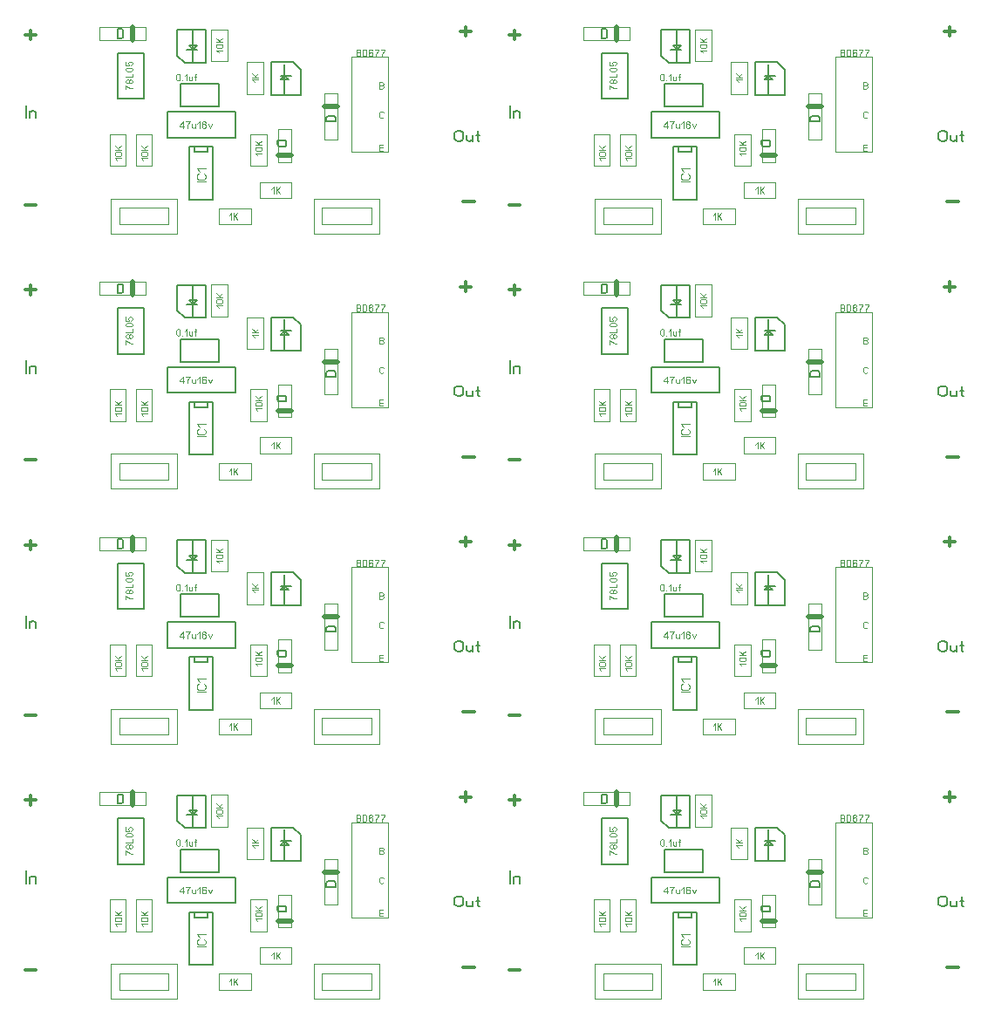
<source format=gbr>
%FSLAX34Y34*%
%MOMM*%
%LNCOPPER_BOTTOM*%
G71*
G01*
%ADD10C, 0.32*%
%ADD11C, 0.10*%
%ADD12C, 0.50*%
%ADD13C, 0.16*%
%ADD14C, 0.11*%
%ADD15C, 0.15*%
%ADD16C, 0.16*%
%ADD17C, 0.20*%
%ADD18C, 0.06*%
%ADD19C, 0.17*%
%LPD*%
G54D10*
X28600Y950728D02*
X17933Y950728D01*
G54D10*
X23267Y955172D02*
X23267Y946283D01*
G54D10*
X28600Y785628D02*
X17933Y785628D01*
G54D11*
X276406Y859000D02*
X276406Y827200D01*
X263706Y827200D01*
X263706Y859000D01*
X276406Y859000D01*
G54D12*
X276406Y833600D02*
X263706Y833600D01*
G54D13*
X262706Y847800D02*
X271595Y847800D01*
X271595Y844467D01*
X271040Y843133D01*
X269928Y842467D01*
X264373Y842467D01*
X263262Y843133D01*
X262706Y844467D01*
X262706Y847800D01*
G54D11*
X90325Y945969D02*
X134825Y945969D01*
X134825Y958669D01*
X90325Y958669D01*
X90325Y945969D01*
G54D12*
X122075Y945969D02*
X122075Y958669D01*
G54D13*
X107875Y956494D02*
X107875Y947605D01*
X111208Y947605D01*
X112542Y948160D01*
X113208Y949272D01*
X113208Y954827D01*
X112542Y955938D01*
X111208Y956494D01*
X107875Y956494D01*
G54D14*
X171100Y860400D02*
X171100Y866622D01*
X168300Y862733D01*
X168300Y861956D01*
X172033Y861956D01*
G54D14*
X174211Y866622D02*
X177944Y866622D01*
X177478Y865844D01*
X176544Y864678D01*
X175611Y863122D01*
X175144Y861956D01*
X175144Y860400D01*
G54D14*
X182922Y863900D02*
X182922Y860400D01*
G54D14*
X182922Y861178D02*
X182455Y860556D01*
X181522Y860400D01*
X180589Y860556D01*
X180122Y861178D01*
X180122Y863900D01*
G54D14*
X185100Y864289D02*
X187433Y866622D01*
X187433Y860400D01*
G54D14*
X193344Y865456D02*
X192878Y866233D01*
X191944Y866622D01*
X191011Y866622D01*
X190078Y866233D01*
X189611Y865456D01*
X189611Y863511D01*
X189611Y863122D01*
X191011Y863900D01*
X191944Y863900D01*
X192878Y863511D01*
X193344Y862733D01*
X193344Y861567D01*
X192878Y860789D01*
X191944Y860400D01*
X191011Y860400D01*
X190078Y860789D01*
X189611Y861567D01*
X189611Y863511D01*
G54D14*
X195522Y863900D02*
X197389Y860400D01*
X199255Y863900D01*
G54D15*
X222275Y850875D02*
X156150Y850875D01*
X156150Y876000D01*
X222275Y876000D01*
X222275Y850875D01*
G54D11*
X237171Y766818D02*
X205972Y766817D01*
X205972Y782417D01*
X237171Y782418D01*
X237171Y766818D01*
G54D11*
X165062Y791675D02*
X165062Y757675D01*
X101062Y757675D01*
X101062Y791675D01*
X165062Y791675D01*
G54D11*
X157062Y782675D02*
X109062Y782675D01*
X109062Y766675D01*
X157062Y766675D01*
X157062Y781675D01*
X157062Y782675D01*
G54D11*
X361912Y791675D02*
X361912Y757675D01*
X297912Y757675D01*
X297912Y791675D01*
X361912Y791675D01*
G54D11*
X353912Y782675D02*
X305912Y782675D01*
X305912Y766675D01*
X353912Y766675D01*
X353912Y781675D01*
X353912Y782675D01*
G54D16*
X19075Y869925D02*
X19075Y882369D01*
G54D16*
X22497Y869925D02*
X22497Y876925D01*
G54D16*
X22497Y875369D02*
X23430Y876458D01*
X25297Y876925D01*
X27164Y876458D01*
X28097Y875369D01*
X28097Y869925D01*
G54D11*
X125518Y823279D02*
X125517Y854478D01*
X141117Y854478D01*
X141118Y823279D01*
X125518Y823279D01*
G54D11*
X100118Y823279D02*
X100117Y854478D01*
X115717Y854478D01*
X115718Y823279D01*
X100118Y823279D01*
G54D11*
X236642Y823279D02*
X236642Y854478D01*
X252242Y854478D01*
X252242Y823279D01*
X236642Y823279D01*
G54D11*
X245478Y807933D02*
X276678Y807933D01*
X276678Y792333D01*
X245478Y792333D01*
X245478Y807933D01*
G54D17*
X107450Y933250D02*
X132850Y933250D01*
X132850Y888800D01*
X107450Y888800D01*
X107450Y933250D01*
G54D11*
X198542Y924879D02*
X198542Y956078D01*
X214142Y956078D01*
X214142Y924879D01*
X198542Y924879D01*
G54D15*
X199950Y842000D02*
X176950Y842000D01*
X176950Y790900D01*
X199950Y790900D01*
X199950Y842000D01*
G54D15*
X194950Y842000D02*
X181950Y842000D01*
X181950Y837000D01*
X194950Y837000D01*
X194950Y842000D01*
G54D18*
X193338Y808578D02*
X184450Y808578D01*
G54D18*
X191672Y815689D02*
X192783Y815023D01*
X193338Y813689D01*
X193338Y812356D01*
X192783Y811023D01*
X191672Y810356D01*
X186116Y810356D01*
X185005Y811023D01*
X184450Y812356D01*
X184450Y813689D01*
X185005Y815023D01*
X186116Y815689D01*
G54D18*
X187783Y817467D02*
X184450Y820800D01*
X193338Y820800D01*
G54D17*
X193700Y955650D02*
X193700Y923650D01*
G54D17*
X193700Y955650D02*
X165700Y955650D01*
G54D17*
X165700Y955650D02*
X165700Y930650D01*
X172700Y923650D01*
X193700Y923650D01*
G54D17*
X181000Y955650D02*
X181000Y925650D01*
G54D17*
X174650Y936600D02*
X184650Y936600D01*
G54D17*
X181000Y936600D02*
X185000Y940600D01*
X177000Y940600D01*
X181000Y936600D01*
G54D15*
X206375Y903150D02*
X206375Y881150D01*
X168375Y881150D01*
X168375Y903150D01*
X206375Y903150D01*
G54D14*
X168283Y911616D02*
X168283Y907727D01*
X167817Y906949D01*
X166883Y906560D01*
X165950Y906560D01*
X165017Y906949D01*
X164550Y907727D01*
X164550Y911616D01*
X165017Y912393D01*
X165950Y912782D01*
X166883Y912782D01*
X167817Y912393D01*
X168283Y911616D01*
G54D14*
X170461Y906560D02*
X170461Y906560D01*
G54D14*
X172639Y910449D02*
X174972Y912782D01*
X174972Y906560D01*
G54D14*
X179950Y910060D02*
X179950Y906560D01*
G54D14*
X179950Y907338D02*
X179483Y906716D01*
X178550Y906560D01*
X177617Y906716D01*
X177150Y907338D01*
X177150Y910060D01*
G54D14*
X183061Y906560D02*
X183061Y912393D01*
X183528Y912782D01*
X183995Y912549D01*
G54D14*
X182128Y910060D02*
X183995Y910060D01*
G54D14*
X115732Y897843D02*
X115732Y901576D01*
X116510Y901110D01*
X117676Y900176D01*
X119232Y899243D01*
X120398Y898776D01*
X121954Y898776D01*
G54D14*
X118843Y906087D02*
X118843Y905154D01*
X118454Y904221D01*
X117676Y903754D01*
X116898Y903754D01*
X116121Y904221D01*
X115732Y905154D01*
X115732Y906087D01*
X116121Y907021D01*
X116898Y907487D01*
X117676Y907487D01*
X118454Y907021D01*
X118843Y906087D01*
X119232Y907021D01*
X120010Y907487D01*
X120787Y907487D01*
X121565Y907021D01*
X121954Y906087D01*
X121954Y905154D01*
X121565Y904221D01*
X120787Y903754D01*
X120010Y903754D01*
X119232Y904221D01*
X118843Y905154D01*
G54D14*
X115732Y909665D02*
X121954Y909665D01*
X121954Y912932D01*
G54D14*
X116898Y918843D02*
X120787Y918843D01*
X121565Y918377D01*
X121954Y917443D01*
X121954Y916510D01*
X121565Y915577D01*
X120787Y915110D01*
X116898Y915110D01*
X116121Y915577D01*
X115732Y916510D01*
X115732Y917443D01*
X116121Y918377D01*
X116898Y918843D01*
G54D14*
X115732Y924754D02*
X115732Y921021D01*
X118454Y921021D01*
X118454Y921488D01*
X118065Y922421D01*
X118065Y923354D01*
X118454Y924288D01*
X119232Y924754D01*
X120787Y924754D01*
X121565Y924288D01*
X121954Y923354D01*
X121954Y922421D01*
X121565Y921488D01*
X120787Y921021D01*
G54D19*
X442822Y855644D02*
X442822Y849533D01*
X441844Y848311D01*
X439889Y847700D01*
X437933Y847700D01*
X435978Y848311D01*
X435000Y849533D01*
X435000Y855644D01*
X435978Y856867D01*
X437933Y857478D01*
X439889Y857478D01*
X441844Y856867D01*
X442822Y855644D01*
G54D19*
X452111Y853200D02*
X452111Y847700D01*
G54D19*
X452111Y848922D02*
X451133Y847944D01*
X449177Y847700D01*
X447222Y847944D01*
X446244Y848922D01*
X446244Y853200D01*
G54D19*
X457489Y857478D02*
X457489Y848311D01*
X458466Y847700D01*
X459444Y847944D01*
G54D19*
X455533Y853200D02*
X459444Y853200D01*
G54D10*
X454050Y788803D02*
X443383Y788803D01*
G54D10*
X450875Y953903D02*
X440208Y953903D01*
G54D10*
X445542Y958347D02*
X445542Y949458D01*
G54D14*
X205686Y933425D02*
X203353Y935758D01*
X209575Y935758D01*
G54D14*
X204520Y941669D02*
X208408Y941669D01*
X209186Y941203D01*
X209575Y940269D01*
X209575Y939336D01*
X209186Y938403D01*
X208408Y937936D01*
X204520Y937936D01*
X203742Y938403D01*
X203353Y939336D01*
X203353Y940269D01*
X203742Y941203D01*
X204520Y941669D01*
G54D14*
X209575Y943847D02*
X203353Y943847D01*
G54D14*
X207631Y943847D02*
X203353Y947580D01*
G54D14*
X206464Y945247D02*
X209575Y947580D01*
G54D14*
X107261Y828650D02*
X104928Y830983D01*
X111150Y830983D01*
G54D14*
X106094Y836894D02*
X109983Y836894D01*
X110761Y836428D01*
X111150Y835494D01*
X111150Y834561D01*
X110761Y833628D01*
X109983Y833161D01*
X106094Y833161D01*
X105317Y833628D01*
X104928Y834561D01*
X104928Y835494D01*
X105317Y836428D01*
X106094Y836894D01*
G54D14*
X111150Y839072D02*
X104928Y839072D01*
G54D14*
X109206Y839072D02*
X104928Y842805D01*
G54D14*
X108039Y840472D02*
X111150Y842805D01*
G54D14*
X132661Y828650D02*
X130328Y830983D01*
X136550Y830983D01*
G54D14*
X131494Y836894D02*
X135383Y836894D01*
X136161Y836428D01*
X136550Y835494D01*
X136550Y834561D01*
X136161Y833628D01*
X135383Y833161D01*
X131494Y833161D01*
X130717Y833628D01*
X130328Y834561D01*
X130328Y835494D01*
X130717Y836428D01*
X131494Y836894D01*
G54D14*
X136550Y839072D02*
X130328Y839072D01*
G54D14*
X134606Y839072D02*
X130328Y842805D01*
G54D14*
X133439Y840472D02*
X136550Y842805D01*
G54D14*
X243659Y833556D02*
X241325Y835890D01*
X247548Y835890D01*
G54D14*
X242492Y841801D02*
X246381Y841801D01*
X247159Y841334D01*
X247548Y840401D01*
X247548Y839468D01*
X247159Y838534D01*
X246381Y838068D01*
X242492Y838068D01*
X241714Y838534D01*
X241325Y839468D01*
X241325Y840401D01*
X241714Y841334D01*
X242492Y841801D01*
G54D14*
X247548Y843978D02*
X241325Y843978D01*
G54D14*
X245603Y843978D02*
X241325Y847712D01*
G54D14*
X244436Y845378D02*
X247548Y847712D01*
G54D14*
X215925Y775389D02*
X218258Y777722D01*
X218258Y771500D01*
G54D14*
X220436Y771500D02*
X220436Y777722D01*
G54D14*
X220436Y773444D02*
X224169Y777722D01*
G54D14*
X221836Y774611D02*
X224169Y771500D01*
G54D14*
X257200Y800789D02*
X259533Y803122D01*
X259533Y796900D01*
G54D14*
X261711Y796900D02*
X261711Y803122D01*
G54D14*
X261711Y798844D02*
X265444Y803122D01*
G54D14*
X263111Y800011D02*
X265444Y796900D01*
G54D14*
X361975Y898500D02*
X361975Y904722D01*
X364308Y904722D01*
X365242Y904333D01*
X365708Y903556D01*
X365708Y902778D01*
X365242Y902000D01*
X364308Y901611D01*
X365242Y901222D01*
X365708Y900444D01*
X365708Y899667D01*
X365242Y898889D01*
X364308Y898500D01*
X361975Y898500D01*
G54D14*
X361975Y901611D02*
X364308Y901611D01*
G54D14*
X365708Y871092D02*
X365242Y870314D01*
X364308Y869925D01*
X363375Y869925D01*
X362442Y870314D01*
X361975Y871092D01*
X361975Y874981D01*
X362442Y875758D01*
X363375Y876147D01*
X364308Y876147D01*
X365242Y875758D01*
X365708Y874981D01*
G54D14*
X365242Y838175D02*
X361975Y838175D01*
X361975Y844397D01*
X365242Y844397D01*
G54D14*
X361975Y841286D02*
X365242Y841286D01*
G54D14*
X339750Y930250D02*
X339750Y936472D01*
X342083Y936472D01*
X343017Y936083D01*
X343483Y935306D01*
X343483Y934528D01*
X343017Y933750D01*
X342083Y933361D01*
X343017Y932972D01*
X343483Y932194D01*
X343483Y931417D01*
X343017Y930639D01*
X342083Y930250D01*
X339750Y930250D01*
G54D14*
X339750Y933361D02*
X342083Y933361D01*
G54D14*
X345661Y930250D02*
X345661Y936472D01*
X347994Y936472D01*
X348928Y936083D01*
X349394Y935306D01*
X349394Y931417D01*
X348928Y930639D01*
X347994Y930250D01*
X345661Y930250D01*
G54D14*
X355305Y935306D02*
X354839Y936083D01*
X353905Y936472D01*
X352972Y936472D01*
X352039Y936083D01*
X351572Y935306D01*
X351572Y933361D01*
X351572Y932972D01*
X352972Y933750D01*
X353905Y933750D01*
X354839Y933361D01*
X355305Y932583D01*
X355305Y931417D01*
X354839Y930639D01*
X353905Y930250D01*
X352972Y930250D01*
X352039Y930639D01*
X351572Y931417D01*
X351572Y933361D01*
G54D14*
X357483Y936472D02*
X361216Y936472D01*
X360750Y935694D01*
X359816Y934528D01*
X358883Y932972D01*
X358416Y931806D01*
X358416Y930250D01*
G54D14*
X363394Y936472D02*
X367127Y936472D01*
X366661Y935694D01*
X365727Y934528D01*
X364794Y932972D01*
X364327Y931806D01*
X364327Y930250D01*
G54D11*
X369950Y836875D02*
X369950Y929375D01*
X334950Y929375D01*
X334950Y836875D01*
X369950Y836875D01*
G54D17*
X257200Y892150D02*
X257200Y924150D01*
G54D17*
X257200Y892150D02*
X285200Y892150D01*
G54D17*
X285200Y892150D02*
X285200Y917150D01*
X278200Y924150D01*
X257200Y924150D01*
G54D17*
X269900Y892150D02*
X269900Y922150D01*
G54D17*
X276250Y911200D02*
X266250Y911200D01*
G54D17*
X269900Y911200D02*
X265900Y907200D01*
X273900Y907200D01*
X269900Y911200D01*
G54D11*
X233467Y893128D02*
X233467Y924328D01*
X249067Y924328D01*
X249068Y893128D01*
X233467Y893128D01*
G54D14*
X240611Y904850D02*
X238278Y907183D01*
X244500Y907183D01*
G54D14*
X244500Y909361D02*
X238278Y909361D01*
G54D14*
X242556Y909361D02*
X238278Y913094D01*
G54D14*
X241389Y910761D02*
X244500Y913094D01*
G54D11*
X320856Y849100D02*
X320856Y893600D01*
X308156Y893600D01*
X308156Y849100D01*
X320856Y849100D01*
G54D12*
X320856Y880850D02*
X308156Y880850D01*
G54D13*
X310331Y866650D02*
X319220Y866650D01*
X319220Y869983D01*
X318664Y871317D01*
X317553Y871983D01*
X311998Y871983D01*
X310887Y871317D01*
X310331Y869983D01*
X310331Y866650D01*
G54D10*
X28600Y703078D02*
X17933Y703078D01*
G54D10*
X23267Y707522D02*
X23267Y698633D01*
G54D10*
X28600Y537978D02*
X17933Y537978D01*
G54D11*
X276406Y611350D02*
X276406Y579550D01*
X263706Y579550D01*
X263706Y611350D01*
X276406Y611350D01*
G54D12*
X276406Y585950D02*
X263706Y585950D01*
G54D13*
X262706Y600150D02*
X271595Y600150D01*
X271595Y596817D01*
X271040Y595483D01*
X269928Y594817D01*
X264373Y594817D01*
X263262Y595483D01*
X262706Y596817D01*
X262706Y600150D01*
G54D11*
X90325Y698319D02*
X134825Y698319D01*
X134825Y711019D01*
X90325Y711019D01*
X90325Y698319D01*
G54D12*
X122075Y698319D02*
X122075Y711019D01*
G54D13*
X107875Y708844D02*
X107875Y699955D01*
X111208Y699955D01*
X112542Y700510D01*
X113208Y701622D01*
X113208Y707177D01*
X112542Y708288D01*
X111208Y708844D01*
X107875Y708844D01*
G54D14*
X171100Y612750D02*
X171100Y618972D01*
X168300Y615083D01*
X168300Y614306D01*
X172033Y614306D01*
G54D14*
X174211Y618972D02*
X177944Y618972D01*
X177478Y618194D01*
X176544Y617028D01*
X175611Y615472D01*
X175144Y614306D01*
X175144Y612750D01*
G54D14*
X182922Y616250D02*
X182922Y612750D01*
G54D14*
X182922Y613528D02*
X182455Y612906D01*
X181522Y612750D01*
X180589Y612906D01*
X180122Y613528D01*
X180122Y616250D01*
G54D14*
X185100Y616639D02*
X187433Y618972D01*
X187433Y612750D01*
G54D14*
X193344Y617806D02*
X192878Y618583D01*
X191944Y618972D01*
X191011Y618972D01*
X190078Y618583D01*
X189611Y617806D01*
X189611Y615861D01*
X189611Y615472D01*
X191011Y616250D01*
X191944Y616250D01*
X192878Y615861D01*
X193344Y615083D01*
X193344Y613917D01*
X192878Y613139D01*
X191944Y612750D01*
X191011Y612750D01*
X190078Y613139D01*
X189611Y613917D01*
X189611Y615861D01*
G54D14*
X195522Y616250D02*
X197389Y612750D01*
X199255Y616250D01*
G54D15*
X222275Y603225D02*
X156150Y603225D01*
X156150Y628350D01*
X222275Y628350D01*
X222275Y603225D01*
G54D11*
X237171Y519168D02*
X205972Y519167D01*
X205972Y534767D01*
X237171Y534768D01*
X237171Y519168D01*
G54D11*
X165062Y544025D02*
X165062Y510025D01*
X101062Y510025D01*
X101062Y544025D01*
X165062Y544025D01*
G54D11*
X157062Y535025D02*
X109062Y535025D01*
X109062Y519025D01*
X157062Y519025D01*
X157062Y534025D01*
X157062Y535025D01*
G54D11*
X361912Y544025D02*
X361912Y510025D01*
X297912Y510025D01*
X297912Y544025D01*
X361912Y544025D01*
G54D11*
X353912Y535025D02*
X305912Y535025D01*
X305912Y519025D01*
X353912Y519025D01*
X353912Y534025D01*
X353912Y535025D01*
G54D16*
X19075Y622275D02*
X19075Y634719D01*
G54D16*
X22497Y622275D02*
X22497Y629275D01*
G54D16*
X22497Y627719D02*
X23430Y628808D01*
X25297Y629275D01*
X27164Y628808D01*
X28097Y627719D01*
X28097Y622275D01*
G54D11*
X125518Y575629D02*
X125517Y606828D01*
X141117Y606828D01*
X141118Y575629D01*
X125518Y575629D01*
G54D11*
X100118Y575629D02*
X100117Y606828D01*
X115717Y606828D01*
X115718Y575629D01*
X100118Y575629D01*
G54D11*
X236642Y575629D02*
X236642Y606828D01*
X252242Y606828D01*
X252242Y575629D01*
X236642Y575629D01*
G54D11*
X245478Y560283D02*
X276678Y560283D01*
X276678Y544683D01*
X245478Y544683D01*
X245478Y560283D01*
G54D17*
X107450Y685600D02*
X132850Y685600D01*
X132850Y641150D01*
X107450Y641150D01*
X107450Y685600D01*
G54D11*
X198542Y677229D02*
X198542Y708428D01*
X214142Y708428D01*
X214142Y677229D01*
X198542Y677229D01*
G54D15*
X199950Y594350D02*
X176950Y594350D01*
X176950Y543250D01*
X199950Y543250D01*
X199950Y594350D01*
G54D15*
X194950Y594350D02*
X181950Y594350D01*
X181950Y589350D01*
X194950Y589350D01*
X194950Y594350D01*
G54D18*
X193338Y560928D02*
X184450Y560928D01*
G54D18*
X191672Y568039D02*
X192783Y567373D01*
X193338Y566039D01*
X193338Y564706D01*
X192783Y563373D01*
X191672Y562706D01*
X186116Y562706D01*
X185005Y563373D01*
X184450Y564706D01*
X184450Y566039D01*
X185005Y567373D01*
X186116Y568039D01*
G54D18*
X187783Y569817D02*
X184450Y573150D01*
X193338Y573150D01*
G54D17*
X193700Y708000D02*
X193700Y676000D01*
G54D17*
X193700Y708000D02*
X165700Y708000D01*
G54D17*
X165700Y708000D02*
X165700Y683000D01*
X172700Y676000D01*
X193700Y676000D01*
G54D17*
X181000Y708000D02*
X181000Y678000D01*
G54D17*
X174650Y688950D02*
X184650Y688950D01*
G54D17*
X181000Y688950D02*
X185000Y692950D01*
X177000Y692950D01*
X181000Y688950D01*
G54D15*
X206375Y655500D02*
X206375Y633500D01*
X168375Y633500D01*
X168375Y655500D01*
X206375Y655500D01*
G54D14*
X168283Y663966D02*
X168283Y660077D01*
X167817Y659299D01*
X166883Y658910D01*
X165950Y658910D01*
X165017Y659299D01*
X164550Y660077D01*
X164550Y663966D01*
X165017Y664743D01*
X165950Y665132D01*
X166883Y665132D01*
X167817Y664743D01*
X168283Y663966D01*
G54D14*
X170461Y658910D02*
X170461Y658910D01*
G54D14*
X172639Y662799D02*
X174972Y665132D01*
X174972Y658910D01*
G54D14*
X179950Y662410D02*
X179950Y658910D01*
G54D14*
X179950Y659688D02*
X179483Y659066D01*
X178550Y658910D01*
X177617Y659066D01*
X177150Y659688D01*
X177150Y662410D01*
G54D14*
X183061Y658910D02*
X183061Y664743D01*
X183528Y665132D01*
X183995Y664899D01*
G54D14*
X182128Y662410D02*
X183995Y662410D01*
G54D14*
X115732Y650193D02*
X115732Y653926D01*
X116510Y653460D01*
X117676Y652526D01*
X119232Y651593D01*
X120398Y651126D01*
X121954Y651126D01*
G54D14*
X118843Y658437D02*
X118843Y657504D01*
X118454Y656571D01*
X117676Y656104D01*
X116898Y656104D01*
X116121Y656571D01*
X115732Y657504D01*
X115732Y658437D01*
X116121Y659371D01*
X116898Y659837D01*
X117676Y659837D01*
X118454Y659371D01*
X118843Y658437D01*
X119232Y659371D01*
X120010Y659837D01*
X120787Y659837D01*
X121565Y659371D01*
X121954Y658437D01*
X121954Y657504D01*
X121565Y656571D01*
X120787Y656104D01*
X120010Y656104D01*
X119232Y656571D01*
X118843Y657504D01*
G54D14*
X115732Y662015D02*
X121954Y662015D01*
X121954Y665282D01*
G54D14*
X116898Y671193D02*
X120787Y671193D01*
X121565Y670727D01*
X121954Y669793D01*
X121954Y668860D01*
X121565Y667927D01*
X120787Y667460D01*
X116898Y667460D01*
X116121Y667927D01*
X115732Y668860D01*
X115732Y669793D01*
X116121Y670727D01*
X116898Y671193D01*
G54D14*
X115732Y677104D02*
X115732Y673371D01*
X118454Y673371D01*
X118454Y673838D01*
X118065Y674771D01*
X118065Y675704D01*
X118454Y676638D01*
X119232Y677104D01*
X120787Y677104D01*
X121565Y676638D01*
X121954Y675704D01*
X121954Y674771D01*
X121565Y673838D01*
X120787Y673371D01*
G54D19*
X442822Y607994D02*
X442822Y601883D01*
X441844Y600661D01*
X439889Y600050D01*
X437933Y600050D01*
X435978Y600661D01*
X435000Y601883D01*
X435000Y607994D01*
X435978Y609217D01*
X437933Y609828D01*
X439889Y609828D01*
X441844Y609217D01*
X442822Y607994D01*
G54D19*
X452111Y605550D02*
X452111Y600050D01*
G54D19*
X452111Y601272D02*
X451133Y600294D01*
X449177Y600050D01*
X447222Y600294D01*
X446244Y601272D01*
X446244Y605550D01*
G54D19*
X457489Y609828D02*
X457489Y600661D01*
X458466Y600050D01*
X459444Y600294D01*
G54D19*
X455533Y605550D02*
X459444Y605550D01*
G54D10*
X454050Y541153D02*
X443383Y541153D01*
G54D10*
X450875Y706253D02*
X440208Y706253D01*
G54D10*
X445542Y710697D02*
X445542Y701808D01*
G54D14*
X205686Y685775D02*
X203353Y688108D01*
X209575Y688108D01*
G54D14*
X204520Y694019D02*
X208408Y694019D01*
X209186Y693553D01*
X209575Y692619D01*
X209575Y691686D01*
X209186Y690753D01*
X208408Y690286D01*
X204520Y690286D01*
X203742Y690753D01*
X203353Y691686D01*
X203353Y692619D01*
X203742Y693553D01*
X204520Y694019D01*
G54D14*
X209575Y696197D02*
X203353Y696197D01*
G54D14*
X207631Y696197D02*
X203353Y699930D01*
G54D14*
X206464Y697597D02*
X209575Y699930D01*
G54D14*
X107261Y581000D02*
X104928Y583333D01*
X111150Y583333D01*
G54D14*
X106094Y589244D02*
X109983Y589244D01*
X110761Y588778D01*
X111150Y587844D01*
X111150Y586911D01*
X110761Y585978D01*
X109983Y585511D01*
X106094Y585511D01*
X105317Y585978D01*
X104928Y586911D01*
X104928Y587844D01*
X105317Y588778D01*
X106094Y589244D01*
G54D14*
X111150Y591422D02*
X104928Y591422D01*
G54D14*
X109206Y591422D02*
X104928Y595155D01*
G54D14*
X108039Y592822D02*
X111150Y595155D01*
G54D14*
X132661Y581000D02*
X130328Y583333D01*
X136550Y583333D01*
G54D14*
X131494Y589244D02*
X135383Y589244D01*
X136161Y588778D01*
X136550Y587844D01*
X136550Y586911D01*
X136161Y585978D01*
X135383Y585511D01*
X131494Y585511D01*
X130717Y585978D01*
X130328Y586911D01*
X130328Y587844D01*
X130717Y588778D01*
X131494Y589244D01*
G54D14*
X136550Y591422D02*
X130328Y591422D01*
G54D14*
X134606Y591422D02*
X130328Y595155D01*
G54D14*
X133439Y592822D02*
X136550Y595155D01*
G54D14*
X243659Y585906D02*
X241325Y588240D01*
X247548Y588240D01*
G54D14*
X242492Y594151D02*
X246381Y594151D01*
X247159Y593684D01*
X247548Y592751D01*
X247548Y591818D01*
X247159Y590884D01*
X246381Y590418D01*
X242492Y590418D01*
X241714Y590884D01*
X241325Y591818D01*
X241325Y592751D01*
X241714Y593684D01*
X242492Y594151D01*
G54D14*
X247548Y596328D02*
X241325Y596328D01*
G54D14*
X245603Y596328D02*
X241325Y600062D01*
G54D14*
X244436Y597728D02*
X247548Y600062D01*
G54D14*
X215925Y527739D02*
X218258Y530072D01*
X218258Y523850D01*
G54D14*
X220436Y523850D02*
X220436Y530072D01*
G54D14*
X220436Y525794D02*
X224169Y530072D01*
G54D14*
X221836Y526961D02*
X224169Y523850D01*
G54D14*
X257200Y553139D02*
X259533Y555472D01*
X259533Y549250D01*
G54D14*
X261711Y549250D02*
X261711Y555472D01*
G54D14*
X261711Y551194D02*
X265444Y555472D01*
G54D14*
X263111Y552361D02*
X265444Y549250D01*
G54D14*
X361975Y650850D02*
X361975Y657072D01*
X364308Y657072D01*
X365242Y656683D01*
X365708Y655906D01*
X365708Y655128D01*
X365242Y654350D01*
X364308Y653961D01*
X365242Y653572D01*
X365708Y652794D01*
X365708Y652017D01*
X365242Y651239D01*
X364308Y650850D01*
X361975Y650850D01*
G54D14*
X361975Y653961D02*
X364308Y653961D01*
G54D14*
X365708Y623442D02*
X365242Y622664D01*
X364308Y622275D01*
X363375Y622275D01*
X362442Y622664D01*
X361975Y623442D01*
X361975Y627331D01*
X362442Y628108D01*
X363375Y628497D01*
X364308Y628497D01*
X365242Y628108D01*
X365708Y627331D01*
G54D14*
X365242Y590525D02*
X361975Y590525D01*
X361975Y596747D01*
X365242Y596747D01*
G54D14*
X361975Y593636D02*
X365242Y593636D01*
G54D14*
X339750Y682600D02*
X339750Y688822D01*
X342083Y688822D01*
X343017Y688433D01*
X343483Y687656D01*
X343483Y686878D01*
X343017Y686100D01*
X342083Y685711D01*
X343017Y685322D01*
X343483Y684544D01*
X343483Y683767D01*
X343017Y682989D01*
X342083Y682600D01*
X339750Y682600D01*
G54D14*
X339750Y685711D02*
X342083Y685711D01*
G54D14*
X345661Y682600D02*
X345661Y688822D01*
X347994Y688822D01*
X348928Y688433D01*
X349394Y687656D01*
X349394Y683767D01*
X348928Y682989D01*
X347994Y682600D01*
X345661Y682600D01*
G54D14*
X355305Y687656D02*
X354839Y688433D01*
X353905Y688822D01*
X352972Y688822D01*
X352039Y688433D01*
X351572Y687656D01*
X351572Y685711D01*
X351572Y685322D01*
X352972Y686100D01*
X353905Y686100D01*
X354839Y685711D01*
X355305Y684933D01*
X355305Y683767D01*
X354839Y682989D01*
X353905Y682600D01*
X352972Y682600D01*
X352039Y682989D01*
X351572Y683767D01*
X351572Y685711D01*
G54D14*
X357483Y688822D02*
X361216Y688822D01*
X360750Y688044D01*
X359816Y686878D01*
X358883Y685322D01*
X358416Y684156D01*
X358416Y682600D01*
G54D14*
X363394Y688822D02*
X367127Y688822D01*
X366661Y688044D01*
X365727Y686878D01*
X364794Y685322D01*
X364327Y684156D01*
X364327Y682600D01*
G54D11*
X369950Y589225D02*
X369950Y681725D01*
X334950Y681725D01*
X334950Y589225D01*
X369950Y589225D01*
G54D17*
X257200Y644500D02*
X257200Y676500D01*
G54D17*
X257200Y644500D02*
X285200Y644500D01*
G54D17*
X285200Y644500D02*
X285200Y669500D01*
X278200Y676500D01*
X257200Y676500D01*
G54D17*
X269900Y644500D02*
X269900Y674500D01*
G54D17*
X276250Y663550D02*
X266250Y663550D01*
G54D17*
X269900Y663550D02*
X265900Y659550D01*
X273900Y659550D01*
X269900Y663550D01*
G54D11*
X233467Y645478D02*
X233467Y676678D01*
X249067Y676678D01*
X249068Y645478D01*
X233467Y645478D01*
G54D14*
X240611Y657200D02*
X238278Y659533D01*
X244500Y659533D01*
G54D14*
X244500Y661711D02*
X238278Y661711D01*
G54D14*
X242556Y661711D02*
X238278Y665444D01*
G54D14*
X241389Y663111D02*
X244500Y665444D01*
G54D11*
X320856Y601450D02*
X320856Y645950D01*
X308156Y645950D01*
X308156Y601450D01*
X320856Y601450D01*
G54D12*
X320856Y633200D02*
X308156Y633200D01*
G54D13*
X310331Y619000D02*
X319220Y619000D01*
X319220Y622333D01*
X318664Y623667D01*
X317553Y624333D01*
X311998Y624333D01*
X310887Y623667D01*
X310331Y622333D01*
X310331Y619000D01*
G54D10*
X28600Y455428D02*
X17933Y455428D01*
G54D10*
X23267Y459872D02*
X23267Y450983D01*
G54D10*
X28600Y290328D02*
X17933Y290328D01*
G54D11*
X276406Y363700D02*
X276406Y331900D01*
X263706Y331900D01*
X263706Y363700D01*
X276406Y363700D01*
G54D12*
X276406Y338300D02*
X263706Y338300D01*
G54D13*
X262706Y352500D02*
X271595Y352500D01*
X271595Y349167D01*
X271040Y347833D01*
X269928Y347167D01*
X264373Y347167D01*
X263262Y347833D01*
X262706Y349167D01*
X262706Y352500D01*
G54D11*
X90325Y450669D02*
X134825Y450669D01*
X134825Y463369D01*
X90325Y463369D01*
X90325Y450669D01*
G54D12*
X122075Y450669D02*
X122075Y463369D01*
G54D13*
X107875Y461194D02*
X107875Y452305D01*
X111208Y452305D01*
X112542Y452860D01*
X113208Y453972D01*
X113208Y459527D01*
X112542Y460638D01*
X111208Y461194D01*
X107875Y461194D01*
G54D14*
X171100Y365100D02*
X171100Y371322D01*
X168300Y367433D01*
X168300Y366656D01*
X172033Y366656D01*
G54D14*
X174211Y371322D02*
X177944Y371322D01*
X177478Y370544D01*
X176544Y369378D01*
X175611Y367822D01*
X175144Y366656D01*
X175144Y365100D01*
G54D14*
X182922Y368600D02*
X182922Y365100D01*
G54D14*
X182922Y365878D02*
X182455Y365256D01*
X181522Y365100D01*
X180589Y365256D01*
X180122Y365878D01*
X180122Y368600D01*
G54D14*
X185100Y368989D02*
X187433Y371322D01*
X187433Y365100D01*
G54D14*
X193344Y370156D02*
X192878Y370933D01*
X191944Y371322D01*
X191011Y371322D01*
X190078Y370933D01*
X189611Y370156D01*
X189611Y368211D01*
X189611Y367822D01*
X191011Y368600D01*
X191944Y368600D01*
X192878Y368211D01*
X193344Y367433D01*
X193344Y366267D01*
X192878Y365489D01*
X191944Y365100D01*
X191011Y365100D01*
X190078Y365489D01*
X189611Y366267D01*
X189611Y368211D01*
G54D14*
X195522Y368600D02*
X197389Y365100D01*
X199255Y368600D01*
G54D15*
X222275Y355575D02*
X156150Y355575D01*
X156150Y380700D01*
X222275Y380700D01*
X222275Y355575D01*
G54D11*
X237171Y271518D02*
X205972Y271517D01*
X205972Y287117D01*
X237171Y287118D01*
X237171Y271518D01*
G54D11*
X165062Y296375D02*
X165062Y262375D01*
X101062Y262375D01*
X101062Y296375D01*
X165062Y296375D01*
G54D11*
X157062Y287375D02*
X109062Y287375D01*
X109062Y271375D01*
X157062Y271375D01*
X157062Y286375D01*
X157062Y287375D01*
G54D11*
X361912Y296375D02*
X361912Y262375D01*
X297912Y262375D01*
X297912Y296375D01*
X361912Y296375D01*
G54D11*
X353912Y287375D02*
X305912Y287375D01*
X305912Y271375D01*
X353912Y271375D01*
X353912Y286375D01*
X353912Y287375D01*
G54D16*
X19075Y374625D02*
X19075Y387069D01*
G54D16*
X22497Y374625D02*
X22497Y381625D01*
G54D16*
X22497Y380069D02*
X23430Y381158D01*
X25297Y381625D01*
X27164Y381158D01*
X28097Y380069D01*
X28097Y374625D01*
G54D11*
X125518Y327979D02*
X125517Y359178D01*
X141117Y359178D01*
X141118Y327979D01*
X125518Y327979D01*
G54D11*
X100118Y327979D02*
X100117Y359178D01*
X115717Y359178D01*
X115718Y327979D01*
X100118Y327979D01*
G54D11*
X236642Y327979D02*
X236642Y359178D01*
X252242Y359178D01*
X252242Y327979D01*
X236642Y327979D01*
G54D11*
X245478Y312633D02*
X276678Y312633D01*
X276678Y297033D01*
X245478Y297033D01*
X245478Y312633D01*
G54D17*
X107450Y437950D02*
X132850Y437950D01*
X132850Y393500D01*
X107450Y393500D01*
X107450Y437950D01*
G54D11*
X198542Y429579D02*
X198542Y460778D01*
X214142Y460778D01*
X214142Y429579D01*
X198542Y429579D01*
G54D15*
X199950Y346700D02*
X176950Y346700D01*
X176950Y295600D01*
X199950Y295600D01*
X199950Y346700D01*
G54D15*
X194950Y346700D02*
X181950Y346700D01*
X181950Y341700D01*
X194950Y341700D01*
X194950Y346700D01*
G54D18*
X193338Y313278D02*
X184450Y313278D01*
G54D18*
X191672Y320389D02*
X192783Y319723D01*
X193338Y318389D01*
X193338Y317056D01*
X192783Y315723D01*
X191672Y315056D01*
X186116Y315056D01*
X185005Y315723D01*
X184450Y317056D01*
X184450Y318389D01*
X185005Y319723D01*
X186116Y320389D01*
G54D18*
X187783Y322167D02*
X184450Y325500D01*
X193338Y325500D01*
G54D17*
X193700Y460350D02*
X193700Y428350D01*
G54D17*
X193700Y460350D02*
X165700Y460350D01*
G54D17*
X165700Y460350D02*
X165700Y435350D01*
X172700Y428350D01*
X193700Y428350D01*
G54D17*
X181000Y460350D02*
X181000Y430350D01*
G54D17*
X174650Y441300D02*
X184650Y441300D01*
G54D17*
X181000Y441300D02*
X185000Y445300D01*
X177000Y445300D01*
X181000Y441300D01*
G54D15*
X206375Y407850D02*
X206375Y385850D01*
X168375Y385850D01*
X168375Y407850D01*
X206375Y407850D01*
G54D14*
X168283Y416316D02*
X168283Y412427D01*
X167817Y411649D01*
X166883Y411260D01*
X165950Y411260D01*
X165017Y411649D01*
X164550Y412427D01*
X164550Y416316D01*
X165017Y417093D01*
X165950Y417482D01*
X166883Y417482D01*
X167817Y417093D01*
X168283Y416316D01*
G54D14*
X170461Y411260D02*
X170461Y411260D01*
G54D14*
X172639Y415149D02*
X174972Y417482D01*
X174972Y411260D01*
G54D14*
X179950Y414760D02*
X179950Y411260D01*
G54D14*
X179950Y412038D02*
X179483Y411416D01*
X178550Y411260D01*
X177617Y411416D01*
X177150Y412038D01*
X177150Y414760D01*
G54D14*
X183061Y411260D02*
X183061Y417093D01*
X183528Y417482D01*
X183995Y417249D01*
G54D14*
X182128Y414760D02*
X183995Y414760D01*
G54D14*
X115732Y402543D02*
X115732Y406276D01*
X116510Y405810D01*
X117676Y404876D01*
X119232Y403943D01*
X120398Y403476D01*
X121954Y403476D01*
G54D14*
X118843Y410787D02*
X118843Y409854D01*
X118454Y408921D01*
X117676Y408454D01*
X116898Y408454D01*
X116121Y408921D01*
X115732Y409854D01*
X115732Y410787D01*
X116121Y411721D01*
X116898Y412187D01*
X117676Y412187D01*
X118454Y411721D01*
X118843Y410787D01*
X119232Y411721D01*
X120010Y412187D01*
X120787Y412187D01*
X121565Y411721D01*
X121954Y410787D01*
X121954Y409854D01*
X121565Y408921D01*
X120787Y408454D01*
X120010Y408454D01*
X119232Y408921D01*
X118843Y409854D01*
G54D14*
X115732Y414365D02*
X121954Y414365D01*
X121954Y417632D01*
G54D14*
X116898Y423543D02*
X120787Y423543D01*
X121565Y423077D01*
X121954Y422143D01*
X121954Y421210D01*
X121565Y420277D01*
X120787Y419810D01*
X116898Y419810D01*
X116121Y420277D01*
X115732Y421210D01*
X115732Y422143D01*
X116121Y423077D01*
X116898Y423543D01*
G54D14*
X115732Y429454D02*
X115732Y425721D01*
X118454Y425721D01*
X118454Y426188D01*
X118065Y427121D01*
X118065Y428054D01*
X118454Y428988D01*
X119232Y429454D01*
X120787Y429454D01*
X121565Y428988D01*
X121954Y428054D01*
X121954Y427121D01*
X121565Y426188D01*
X120787Y425721D01*
G54D19*
X442822Y360344D02*
X442822Y354233D01*
X441844Y353011D01*
X439889Y352400D01*
X437933Y352400D01*
X435978Y353011D01*
X435000Y354233D01*
X435000Y360344D01*
X435978Y361567D01*
X437933Y362178D01*
X439889Y362178D01*
X441844Y361567D01*
X442822Y360344D01*
G54D19*
X452111Y357900D02*
X452111Y352400D01*
G54D19*
X452111Y353622D02*
X451133Y352644D01*
X449177Y352400D01*
X447222Y352644D01*
X446244Y353622D01*
X446244Y357900D01*
G54D19*
X457489Y362178D02*
X457489Y353011D01*
X458466Y352400D01*
X459444Y352644D01*
G54D19*
X455533Y357900D02*
X459444Y357900D01*
G54D10*
X454050Y293503D02*
X443383Y293503D01*
G54D10*
X450875Y458603D02*
X440208Y458603D01*
G54D10*
X445542Y463047D02*
X445542Y454158D01*
G54D14*
X205686Y438125D02*
X203353Y440458D01*
X209575Y440458D01*
G54D14*
X204520Y446369D02*
X208408Y446369D01*
X209186Y445903D01*
X209575Y444969D01*
X209575Y444036D01*
X209186Y443103D01*
X208408Y442636D01*
X204520Y442636D01*
X203742Y443103D01*
X203353Y444036D01*
X203353Y444969D01*
X203742Y445903D01*
X204520Y446369D01*
G54D14*
X209575Y448547D02*
X203353Y448547D01*
G54D14*
X207631Y448547D02*
X203353Y452280D01*
G54D14*
X206464Y449947D02*
X209575Y452280D01*
G54D14*
X107261Y333350D02*
X104928Y335683D01*
X111150Y335683D01*
G54D14*
X106094Y341594D02*
X109983Y341594D01*
X110761Y341128D01*
X111150Y340194D01*
X111150Y339261D01*
X110761Y338328D01*
X109983Y337861D01*
X106094Y337861D01*
X105317Y338328D01*
X104928Y339261D01*
X104928Y340194D01*
X105317Y341128D01*
X106094Y341594D01*
G54D14*
X111150Y343772D02*
X104928Y343772D01*
G54D14*
X109206Y343772D02*
X104928Y347505D01*
G54D14*
X108039Y345172D02*
X111150Y347505D01*
G54D14*
X132661Y333350D02*
X130328Y335683D01*
X136550Y335683D01*
G54D14*
X131494Y341594D02*
X135383Y341594D01*
X136161Y341128D01*
X136550Y340194D01*
X136550Y339261D01*
X136161Y338328D01*
X135383Y337861D01*
X131494Y337861D01*
X130717Y338328D01*
X130328Y339261D01*
X130328Y340194D01*
X130717Y341128D01*
X131494Y341594D01*
G54D14*
X136550Y343772D02*
X130328Y343772D01*
G54D14*
X134606Y343772D02*
X130328Y347505D01*
G54D14*
X133439Y345172D02*
X136550Y347505D01*
G54D14*
X243659Y338256D02*
X241325Y340590D01*
X247548Y340590D01*
G54D14*
X242492Y346501D02*
X246381Y346501D01*
X247159Y346034D01*
X247548Y345101D01*
X247548Y344168D01*
X247159Y343234D01*
X246381Y342768D01*
X242492Y342768D01*
X241714Y343234D01*
X241325Y344168D01*
X241325Y345101D01*
X241714Y346034D01*
X242492Y346501D01*
G54D14*
X247548Y348678D02*
X241325Y348678D01*
G54D14*
X245603Y348678D02*
X241325Y352412D01*
G54D14*
X244436Y350078D02*
X247548Y352412D01*
G54D14*
X215925Y280089D02*
X218258Y282422D01*
X218258Y276200D01*
G54D14*
X220436Y276200D02*
X220436Y282422D01*
G54D14*
X220436Y278144D02*
X224169Y282422D01*
G54D14*
X221836Y279311D02*
X224169Y276200D01*
G54D14*
X257200Y305489D02*
X259533Y307822D01*
X259533Y301600D01*
G54D14*
X261711Y301600D02*
X261711Y307822D01*
G54D14*
X261711Y303544D02*
X265444Y307822D01*
G54D14*
X263111Y304711D02*
X265444Y301600D01*
G54D14*
X361975Y403200D02*
X361975Y409422D01*
X364308Y409422D01*
X365242Y409033D01*
X365708Y408256D01*
X365708Y407478D01*
X365242Y406700D01*
X364308Y406311D01*
X365242Y405922D01*
X365708Y405144D01*
X365708Y404367D01*
X365242Y403589D01*
X364308Y403200D01*
X361975Y403200D01*
G54D14*
X361975Y406311D02*
X364308Y406311D01*
G54D14*
X365708Y375792D02*
X365242Y375014D01*
X364308Y374625D01*
X363375Y374625D01*
X362442Y375014D01*
X361975Y375792D01*
X361975Y379681D01*
X362442Y380458D01*
X363375Y380847D01*
X364308Y380847D01*
X365242Y380458D01*
X365708Y379681D01*
G54D14*
X365242Y342875D02*
X361975Y342875D01*
X361975Y349097D01*
X365242Y349097D01*
G54D14*
X361975Y345986D02*
X365242Y345986D01*
G54D14*
X339750Y434950D02*
X339750Y441172D01*
X342083Y441172D01*
X343017Y440783D01*
X343483Y440006D01*
X343483Y439228D01*
X343017Y438450D01*
X342083Y438061D01*
X343017Y437672D01*
X343483Y436894D01*
X343483Y436117D01*
X343017Y435339D01*
X342083Y434950D01*
X339750Y434950D01*
G54D14*
X339750Y438061D02*
X342083Y438061D01*
G54D14*
X345661Y434950D02*
X345661Y441172D01*
X347994Y441172D01*
X348928Y440783D01*
X349394Y440006D01*
X349394Y436117D01*
X348928Y435339D01*
X347994Y434950D01*
X345661Y434950D01*
G54D14*
X355305Y440006D02*
X354839Y440783D01*
X353905Y441172D01*
X352972Y441172D01*
X352039Y440783D01*
X351572Y440006D01*
X351572Y438061D01*
X351572Y437672D01*
X352972Y438450D01*
X353905Y438450D01*
X354839Y438061D01*
X355305Y437283D01*
X355305Y436117D01*
X354839Y435339D01*
X353905Y434950D01*
X352972Y434950D01*
X352039Y435339D01*
X351572Y436117D01*
X351572Y438061D01*
G54D14*
X357483Y441172D02*
X361216Y441172D01*
X360750Y440394D01*
X359816Y439228D01*
X358883Y437672D01*
X358416Y436506D01*
X358416Y434950D01*
G54D14*
X363394Y441172D02*
X367127Y441172D01*
X366661Y440394D01*
X365727Y439228D01*
X364794Y437672D01*
X364327Y436506D01*
X364327Y434950D01*
G54D11*
X369950Y341575D02*
X369950Y434075D01*
X334950Y434075D01*
X334950Y341575D01*
X369950Y341575D01*
G54D17*
X257200Y396850D02*
X257200Y428850D01*
G54D17*
X257200Y396850D02*
X285200Y396850D01*
G54D17*
X285200Y396850D02*
X285200Y421850D01*
X278200Y428850D01*
X257200Y428850D01*
G54D17*
X269900Y396850D02*
X269900Y426850D01*
G54D17*
X276250Y415900D02*
X266250Y415900D01*
G54D17*
X269900Y415900D02*
X265900Y411900D01*
X273900Y411900D01*
X269900Y415900D01*
G54D11*
X233467Y397828D02*
X233467Y429028D01*
X249067Y429028D01*
X249068Y397828D01*
X233467Y397828D01*
G54D14*
X240611Y409550D02*
X238278Y411883D01*
X244500Y411883D01*
G54D14*
X244500Y414061D02*
X238278Y414061D01*
G54D14*
X242556Y414061D02*
X238278Y417794D01*
G54D14*
X241389Y415461D02*
X244500Y417794D01*
G54D11*
X320856Y353800D02*
X320856Y398300D01*
X308156Y398300D01*
X308156Y353800D01*
X320856Y353800D01*
G54D12*
X320856Y385550D02*
X308156Y385550D01*
G54D13*
X310331Y371350D02*
X319220Y371350D01*
X319220Y374683D01*
X318664Y376017D01*
X317553Y376683D01*
X311998Y376683D01*
X310887Y376017D01*
X310331Y374683D01*
X310331Y371350D01*
G54D10*
X28600Y207778D02*
X17933Y207778D01*
G54D10*
X23267Y212222D02*
X23267Y203333D01*
G54D10*
X28600Y42678D02*
X17933Y42678D01*
G54D11*
X276406Y116050D02*
X276406Y84250D01*
X263706Y84250D01*
X263706Y116050D01*
X276406Y116050D01*
G54D12*
X276406Y90650D02*
X263706Y90650D01*
G54D13*
X262706Y104850D02*
X271595Y104850D01*
X271595Y101517D01*
X271040Y100183D01*
X269928Y99517D01*
X264373Y99517D01*
X263262Y100183D01*
X262706Y101517D01*
X262706Y104850D01*
G54D11*
X90325Y203019D02*
X134825Y203019D01*
X134825Y215719D01*
X90325Y215719D01*
X90325Y203019D01*
G54D12*
X122075Y203019D02*
X122075Y215719D01*
G54D13*
X107875Y213544D02*
X107875Y204655D01*
X111208Y204655D01*
X112542Y205210D01*
X113208Y206322D01*
X113208Y211877D01*
X112542Y212988D01*
X111208Y213544D01*
X107875Y213544D01*
G54D14*
X171100Y117450D02*
X171100Y123672D01*
X168300Y119783D01*
X168300Y119006D01*
X172033Y119006D01*
G54D14*
X174211Y123672D02*
X177944Y123672D01*
X177478Y122894D01*
X176544Y121728D01*
X175611Y120172D01*
X175144Y119006D01*
X175144Y117450D01*
G54D14*
X182922Y120950D02*
X182922Y117450D01*
G54D14*
X182922Y118228D02*
X182455Y117606D01*
X181522Y117450D01*
X180589Y117606D01*
X180122Y118228D01*
X180122Y120950D01*
G54D14*
X185100Y121339D02*
X187433Y123672D01*
X187433Y117450D01*
G54D14*
X193344Y122506D02*
X192878Y123283D01*
X191944Y123672D01*
X191011Y123672D01*
X190078Y123283D01*
X189611Y122506D01*
X189611Y120561D01*
X189611Y120172D01*
X191011Y120950D01*
X191944Y120950D01*
X192878Y120561D01*
X193344Y119783D01*
X193344Y118617D01*
X192878Y117839D01*
X191944Y117450D01*
X191011Y117450D01*
X190078Y117839D01*
X189611Y118617D01*
X189611Y120561D01*
G54D14*
X195522Y120950D02*
X197389Y117450D01*
X199255Y120950D01*
G54D15*
X222275Y107925D02*
X156150Y107925D01*
X156150Y133050D01*
X222275Y133050D01*
X222275Y107925D01*
G54D11*
X237171Y23868D02*
X205972Y23867D01*
X205972Y39467D01*
X237171Y39468D01*
X237171Y23868D01*
G54D11*
X165062Y48725D02*
X165062Y14725D01*
X101062Y14725D01*
X101062Y48725D01*
X165062Y48725D01*
G54D11*
X157062Y39725D02*
X109062Y39725D01*
X109062Y23725D01*
X157062Y23725D01*
X157062Y38725D01*
X157062Y39725D01*
G54D11*
X361912Y48725D02*
X361912Y14725D01*
X297912Y14725D01*
X297912Y48725D01*
X361912Y48725D01*
G54D11*
X353912Y39725D02*
X305912Y39725D01*
X305912Y23725D01*
X353912Y23725D01*
X353912Y38725D01*
X353912Y39725D01*
G54D16*
X19075Y126975D02*
X19075Y139419D01*
G54D16*
X22497Y126975D02*
X22497Y133975D01*
G54D16*
X22497Y132419D02*
X23430Y133508D01*
X25297Y133975D01*
X27164Y133508D01*
X28097Y132419D01*
X28097Y126975D01*
G54D11*
X125518Y80329D02*
X125517Y111528D01*
X141117Y111528D01*
X141118Y80329D01*
X125518Y80329D01*
G54D11*
X100118Y80329D02*
X100117Y111528D01*
X115717Y111528D01*
X115718Y80329D01*
X100118Y80329D01*
G54D11*
X236642Y80329D02*
X236642Y111528D01*
X252242Y111528D01*
X252242Y80329D01*
X236642Y80329D01*
G54D11*
X245478Y64983D02*
X276678Y64983D01*
X276678Y49383D01*
X245478Y49383D01*
X245478Y64983D01*
G54D17*
X107450Y190300D02*
X132850Y190300D01*
X132850Y145850D01*
X107450Y145850D01*
X107450Y190300D01*
G54D11*
X198542Y181929D02*
X198542Y213128D01*
X214142Y213128D01*
X214142Y181929D01*
X198542Y181929D01*
G54D15*
X199950Y99050D02*
X176950Y99050D01*
X176950Y47950D01*
X199950Y47950D01*
X199950Y99050D01*
G54D15*
X194950Y99050D02*
X181950Y99050D01*
X181950Y94050D01*
X194950Y94050D01*
X194950Y99050D01*
G54D18*
X193338Y65628D02*
X184450Y65628D01*
G54D18*
X191672Y72739D02*
X192783Y72073D01*
X193338Y70739D01*
X193338Y69406D01*
X192783Y68073D01*
X191672Y67406D01*
X186116Y67406D01*
X185005Y68073D01*
X184450Y69406D01*
X184450Y70739D01*
X185005Y72073D01*
X186116Y72739D01*
G54D18*
X187783Y74517D02*
X184450Y77850D01*
X193338Y77850D01*
G54D17*
X193700Y212700D02*
X193700Y180700D01*
G54D17*
X193700Y212700D02*
X165700Y212700D01*
G54D17*
X165700Y212700D02*
X165700Y187700D01*
X172700Y180700D01*
X193700Y180700D01*
G54D17*
X181000Y212700D02*
X181000Y182700D01*
G54D17*
X174650Y193650D02*
X184650Y193650D01*
G54D17*
X181000Y193650D02*
X185000Y197650D01*
X177000Y197650D01*
X181000Y193650D01*
G54D15*
X206375Y160200D02*
X206375Y138200D01*
X168375Y138200D01*
X168375Y160200D01*
X206375Y160200D01*
G54D14*
X168283Y168666D02*
X168283Y164777D01*
X167817Y163999D01*
X166883Y163610D01*
X165950Y163610D01*
X165017Y163999D01*
X164550Y164777D01*
X164550Y168666D01*
X165017Y169443D01*
X165950Y169832D01*
X166883Y169832D01*
X167817Y169443D01*
X168283Y168666D01*
G54D14*
X170461Y163610D02*
X170461Y163610D01*
G54D14*
X172639Y167499D02*
X174972Y169832D01*
X174972Y163610D01*
G54D14*
X179950Y167110D02*
X179950Y163610D01*
G54D14*
X179950Y164388D02*
X179483Y163766D01*
X178550Y163610D01*
X177617Y163766D01*
X177150Y164388D01*
X177150Y167110D01*
G54D14*
X183061Y163610D02*
X183061Y169443D01*
X183528Y169832D01*
X183995Y169599D01*
G54D14*
X182128Y167110D02*
X183995Y167110D01*
G54D14*
X115732Y154893D02*
X115732Y158626D01*
X116510Y158160D01*
X117676Y157226D01*
X119232Y156293D01*
X120398Y155826D01*
X121954Y155826D01*
G54D14*
X118843Y163137D02*
X118843Y162204D01*
X118454Y161271D01*
X117676Y160804D01*
X116898Y160804D01*
X116121Y161271D01*
X115732Y162204D01*
X115732Y163137D01*
X116121Y164071D01*
X116898Y164537D01*
X117676Y164537D01*
X118454Y164071D01*
X118843Y163137D01*
X119232Y164071D01*
X120010Y164537D01*
X120787Y164537D01*
X121565Y164071D01*
X121954Y163137D01*
X121954Y162204D01*
X121565Y161271D01*
X120787Y160804D01*
X120010Y160804D01*
X119232Y161271D01*
X118843Y162204D01*
G54D14*
X115732Y166715D02*
X121954Y166715D01*
X121954Y169982D01*
G54D14*
X116898Y175893D02*
X120787Y175893D01*
X121565Y175427D01*
X121954Y174493D01*
X121954Y173560D01*
X121565Y172627D01*
X120787Y172160D01*
X116898Y172160D01*
X116121Y172627D01*
X115732Y173560D01*
X115732Y174493D01*
X116121Y175427D01*
X116898Y175893D01*
G54D14*
X115732Y181804D02*
X115732Y178071D01*
X118454Y178071D01*
X118454Y178538D01*
X118065Y179471D01*
X118065Y180404D01*
X118454Y181338D01*
X119232Y181804D01*
X120787Y181804D01*
X121565Y181338D01*
X121954Y180404D01*
X121954Y179471D01*
X121565Y178538D01*
X120787Y178071D01*
G54D19*
X442822Y112694D02*
X442822Y106583D01*
X441844Y105361D01*
X439889Y104750D01*
X437933Y104750D01*
X435978Y105361D01*
X435000Y106583D01*
X435000Y112694D01*
X435978Y113917D01*
X437933Y114528D01*
X439889Y114528D01*
X441844Y113917D01*
X442822Y112694D01*
G54D19*
X452111Y110250D02*
X452111Y104750D01*
G54D19*
X452111Y105972D02*
X451133Y104994D01*
X449177Y104750D01*
X447222Y104994D01*
X446244Y105972D01*
X446244Y110250D01*
G54D19*
X457489Y114528D02*
X457489Y105361D01*
X458466Y104750D01*
X459444Y104994D01*
G54D19*
X455533Y110250D02*
X459444Y110250D01*
G54D10*
X454050Y45853D02*
X443383Y45853D01*
G54D10*
X450875Y210953D02*
X440208Y210953D01*
G54D10*
X445542Y215397D02*
X445542Y206508D01*
G54D14*
X205686Y190475D02*
X203353Y192808D01*
X209575Y192808D01*
G54D14*
X204520Y198719D02*
X208408Y198719D01*
X209186Y198253D01*
X209575Y197319D01*
X209575Y196386D01*
X209186Y195453D01*
X208408Y194986D01*
X204520Y194986D01*
X203742Y195453D01*
X203353Y196386D01*
X203353Y197319D01*
X203742Y198253D01*
X204520Y198719D01*
G54D14*
X209575Y200897D02*
X203353Y200897D01*
G54D14*
X207631Y200897D02*
X203353Y204630D01*
G54D14*
X206464Y202297D02*
X209575Y204630D01*
G54D14*
X107261Y85700D02*
X104928Y88033D01*
X111150Y88033D01*
G54D14*
X106094Y93944D02*
X109983Y93944D01*
X110761Y93478D01*
X111150Y92544D01*
X111150Y91611D01*
X110761Y90678D01*
X109983Y90211D01*
X106094Y90211D01*
X105317Y90678D01*
X104928Y91611D01*
X104928Y92544D01*
X105317Y93478D01*
X106094Y93944D01*
G54D14*
X111150Y96122D02*
X104928Y96122D01*
G54D14*
X109206Y96122D02*
X104928Y99855D01*
G54D14*
X108039Y97522D02*
X111150Y99855D01*
G54D14*
X132661Y85700D02*
X130328Y88033D01*
X136550Y88033D01*
G54D14*
X131494Y93944D02*
X135383Y93944D01*
X136161Y93478D01*
X136550Y92544D01*
X136550Y91611D01*
X136161Y90678D01*
X135383Y90211D01*
X131494Y90211D01*
X130717Y90678D01*
X130328Y91611D01*
X130328Y92544D01*
X130717Y93478D01*
X131494Y93944D01*
G54D14*
X136550Y96122D02*
X130328Y96122D01*
G54D14*
X134606Y96122D02*
X130328Y99855D01*
G54D14*
X133439Y97522D02*
X136550Y99855D01*
G54D14*
X243659Y90606D02*
X241325Y92940D01*
X247548Y92940D01*
G54D14*
X242492Y98851D02*
X246381Y98851D01*
X247159Y98384D01*
X247548Y97451D01*
X247548Y96518D01*
X247159Y95584D01*
X246381Y95118D01*
X242492Y95118D01*
X241714Y95584D01*
X241325Y96518D01*
X241325Y97451D01*
X241714Y98384D01*
X242492Y98851D01*
G54D14*
X247548Y101028D02*
X241325Y101028D01*
G54D14*
X245603Y101028D02*
X241325Y104762D01*
G54D14*
X244436Y102428D02*
X247548Y104762D01*
G54D14*
X215925Y32439D02*
X218258Y34772D01*
X218258Y28550D01*
G54D14*
X220436Y28550D02*
X220436Y34772D01*
G54D14*
X220436Y30494D02*
X224169Y34772D01*
G54D14*
X221836Y31661D02*
X224169Y28550D01*
G54D14*
X257200Y57839D02*
X259533Y60172D01*
X259533Y53950D01*
G54D14*
X261711Y53950D02*
X261711Y60172D01*
G54D14*
X261711Y55894D02*
X265444Y60172D01*
G54D14*
X263111Y57061D02*
X265444Y53950D01*
G54D14*
X361975Y155550D02*
X361975Y161772D01*
X364308Y161772D01*
X365242Y161383D01*
X365708Y160606D01*
X365708Y159828D01*
X365242Y159050D01*
X364308Y158661D01*
X365242Y158272D01*
X365708Y157494D01*
X365708Y156717D01*
X365242Y155939D01*
X364308Y155550D01*
X361975Y155550D01*
G54D14*
X361975Y158661D02*
X364308Y158661D01*
G54D14*
X365708Y128142D02*
X365242Y127364D01*
X364308Y126975D01*
X363375Y126975D01*
X362442Y127364D01*
X361975Y128142D01*
X361975Y132031D01*
X362442Y132808D01*
X363375Y133197D01*
X364308Y133197D01*
X365242Y132808D01*
X365708Y132031D01*
G54D14*
X365242Y95225D02*
X361975Y95225D01*
X361975Y101447D01*
X365242Y101447D01*
G54D14*
X361975Y98336D02*
X365242Y98336D01*
G54D14*
X339750Y187300D02*
X339750Y193522D01*
X342083Y193522D01*
X343017Y193133D01*
X343483Y192356D01*
X343483Y191578D01*
X343017Y190800D01*
X342083Y190411D01*
X343017Y190022D01*
X343483Y189244D01*
X343483Y188467D01*
X343017Y187689D01*
X342083Y187300D01*
X339750Y187300D01*
G54D14*
X339750Y190411D02*
X342083Y190411D01*
G54D14*
X345661Y187300D02*
X345661Y193522D01*
X347994Y193522D01*
X348928Y193133D01*
X349394Y192356D01*
X349394Y188467D01*
X348928Y187689D01*
X347994Y187300D01*
X345661Y187300D01*
G54D14*
X355305Y192356D02*
X354839Y193133D01*
X353905Y193522D01*
X352972Y193522D01*
X352039Y193133D01*
X351572Y192356D01*
X351572Y190411D01*
X351572Y190022D01*
X352972Y190800D01*
X353905Y190800D01*
X354839Y190411D01*
X355305Y189633D01*
X355305Y188467D01*
X354839Y187689D01*
X353905Y187300D01*
X352972Y187300D01*
X352039Y187689D01*
X351572Y188467D01*
X351572Y190411D01*
G54D14*
X357483Y193522D02*
X361216Y193522D01*
X360750Y192744D01*
X359816Y191578D01*
X358883Y190022D01*
X358416Y188856D01*
X358416Y187300D01*
G54D14*
X363394Y193522D02*
X367127Y193522D01*
X366661Y192744D01*
X365727Y191578D01*
X364794Y190022D01*
X364327Y188856D01*
X364327Y187300D01*
G54D11*
X369950Y93925D02*
X369950Y186425D01*
X334950Y186425D01*
X334950Y93925D01*
X369950Y93925D01*
G54D17*
X257200Y149200D02*
X257200Y181200D01*
G54D17*
X257200Y149200D02*
X285200Y149200D01*
G54D17*
X285200Y149200D02*
X285200Y174200D01*
X278200Y181200D01*
X257200Y181200D01*
G54D17*
X269900Y149200D02*
X269900Y179200D01*
G54D17*
X276250Y168250D02*
X266250Y168250D01*
G54D17*
X269900Y168250D02*
X265900Y164250D01*
X273900Y164250D01*
X269900Y168250D01*
G54D11*
X233467Y150178D02*
X233467Y181378D01*
X249067Y181378D01*
X249068Y150178D01*
X233467Y150178D01*
G54D14*
X240611Y161900D02*
X238278Y164233D01*
X244500Y164233D01*
G54D14*
X244500Y166411D02*
X238278Y166411D01*
G54D14*
X242556Y166411D02*
X238278Y170144D01*
G54D14*
X241389Y167811D02*
X244500Y170144D01*
G54D11*
X320856Y106150D02*
X320856Y150650D01*
X308156Y150650D01*
X308156Y106150D01*
X320856Y106150D01*
G54D12*
X320856Y137900D02*
X308156Y137900D01*
G54D13*
X310331Y123700D02*
X319220Y123700D01*
X319220Y127033D01*
X318664Y128367D01*
X317553Y129033D01*
X311998Y129033D01*
X310887Y128367D01*
X310331Y127033D01*
X310331Y123700D01*
G54D10*
X498500Y950728D02*
X487833Y950728D01*
G54D10*
X493167Y955172D02*
X493167Y946283D01*
G54D10*
X498500Y785628D02*
X487833Y785628D01*
G54D11*
X746306Y859000D02*
X746306Y827200D01*
X733606Y827200D01*
X733606Y859000D01*
X746306Y859000D01*
G54D12*
X746306Y833600D02*
X733606Y833600D01*
G54D13*
X732606Y847800D02*
X741495Y847800D01*
X741495Y844467D01*
X740940Y843133D01*
X739828Y842467D01*
X734273Y842467D01*
X733162Y843133D01*
X732606Y844467D01*
X732606Y847800D01*
G54D11*
X560225Y945969D02*
X604725Y945969D01*
X604725Y958669D01*
X560225Y958669D01*
X560225Y945969D01*
G54D12*
X591975Y945969D02*
X591975Y958669D01*
G54D13*
X577775Y956494D02*
X577775Y947605D01*
X581108Y947605D01*
X582442Y948160D01*
X583108Y949272D01*
X583108Y954827D01*
X582442Y955938D01*
X581108Y956494D01*
X577775Y956494D01*
G54D14*
X641000Y860400D02*
X641000Y866622D01*
X638200Y862733D01*
X638200Y861956D01*
X641933Y861956D01*
G54D14*
X644111Y866622D02*
X647844Y866622D01*
X647378Y865844D01*
X646444Y864678D01*
X645511Y863122D01*
X645044Y861956D01*
X645044Y860400D01*
G54D14*
X652822Y863900D02*
X652822Y860400D01*
G54D14*
X652822Y861178D02*
X652355Y860556D01*
X651422Y860400D01*
X650489Y860556D01*
X650022Y861178D01*
X650022Y863900D01*
G54D14*
X655000Y864289D02*
X657333Y866622D01*
X657333Y860400D01*
G54D14*
X663244Y865456D02*
X662778Y866233D01*
X661844Y866622D01*
X660911Y866622D01*
X659978Y866233D01*
X659511Y865456D01*
X659511Y863511D01*
X659511Y863122D01*
X660911Y863900D01*
X661844Y863900D01*
X662778Y863511D01*
X663244Y862733D01*
X663244Y861567D01*
X662778Y860789D01*
X661844Y860400D01*
X660911Y860400D01*
X659978Y860789D01*
X659511Y861567D01*
X659511Y863511D01*
G54D14*
X665422Y863900D02*
X667289Y860400D01*
X669155Y863900D01*
G54D15*
X692175Y850875D02*
X626050Y850875D01*
X626050Y876000D01*
X692175Y876000D01*
X692175Y850875D01*
G54D11*
X707071Y766818D02*
X675872Y766817D01*
X675872Y782417D01*
X707071Y782418D01*
X707071Y766818D01*
G54D11*
X634962Y791675D02*
X634962Y757675D01*
X570962Y757675D01*
X570962Y791675D01*
X634962Y791675D01*
G54D11*
X626962Y782675D02*
X578962Y782675D01*
X578962Y766675D01*
X626962Y766675D01*
X626962Y781675D01*
X626962Y782675D01*
G54D11*
X831812Y791675D02*
X831812Y757675D01*
X767812Y757675D01*
X767812Y791675D01*
X831812Y791675D01*
G54D11*
X823812Y782675D02*
X775812Y782675D01*
X775812Y766675D01*
X823812Y766675D01*
X823812Y781675D01*
X823812Y782675D01*
G54D16*
X488975Y869925D02*
X488975Y882369D01*
G54D16*
X492397Y869925D02*
X492397Y876925D01*
G54D16*
X492397Y875369D02*
X493330Y876458D01*
X495197Y876925D01*
X497064Y876458D01*
X497997Y875369D01*
X497997Y869925D01*
G54D11*
X595418Y823279D02*
X595417Y854478D01*
X611017Y854478D01*
X611018Y823279D01*
X595418Y823279D01*
G54D11*
X570018Y823279D02*
X570017Y854478D01*
X585617Y854478D01*
X585618Y823279D01*
X570018Y823279D01*
G54D11*
X706542Y823279D02*
X706542Y854478D01*
X722142Y854478D01*
X722142Y823279D01*
X706542Y823279D01*
G54D11*
X715378Y807933D02*
X746578Y807933D01*
X746578Y792333D01*
X715378Y792333D01*
X715378Y807933D01*
G54D17*
X577350Y933250D02*
X602750Y933250D01*
X602750Y888800D01*
X577350Y888800D01*
X577350Y933250D01*
G54D11*
X668442Y924879D02*
X668442Y956078D01*
X684042Y956078D01*
X684042Y924879D01*
X668442Y924879D01*
G54D15*
X669850Y842000D02*
X646850Y842000D01*
X646850Y790900D01*
X669850Y790900D01*
X669850Y842000D01*
G54D15*
X664850Y842000D02*
X651850Y842000D01*
X651850Y837000D01*
X664850Y837000D01*
X664850Y842000D01*
G54D18*
X663238Y808578D02*
X654350Y808578D01*
G54D18*
X661572Y815689D02*
X662683Y815023D01*
X663238Y813689D01*
X663238Y812356D01*
X662683Y811023D01*
X661572Y810356D01*
X656016Y810356D01*
X654905Y811023D01*
X654350Y812356D01*
X654350Y813689D01*
X654905Y815023D01*
X656016Y815689D01*
G54D18*
X657683Y817467D02*
X654350Y820800D01*
X663238Y820800D01*
G54D17*
X663600Y955650D02*
X663600Y923650D01*
G54D17*
X663600Y955650D02*
X635600Y955650D01*
G54D17*
X635600Y955650D02*
X635600Y930650D01*
X642600Y923650D01*
X663600Y923650D01*
G54D17*
X650900Y955650D02*
X650900Y925650D01*
G54D17*
X644550Y936600D02*
X654550Y936600D01*
G54D17*
X650900Y936600D02*
X654900Y940600D01*
X646900Y940600D01*
X650900Y936600D01*
G54D15*
X676275Y903150D02*
X676275Y881150D01*
X638275Y881150D01*
X638275Y903150D01*
X676275Y903150D01*
G54D14*
X638183Y911616D02*
X638183Y907727D01*
X637717Y906949D01*
X636783Y906560D01*
X635850Y906560D01*
X634917Y906949D01*
X634450Y907727D01*
X634450Y911616D01*
X634917Y912393D01*
X635850Y912782D01*
X636783Y912782D01*
X637717Y912393D01*
X638183Y911616D01*
G54D14*
X640361Y906560D02*
X640361Y906560D01*
G54D14*
X642539Y910449D02*
X644872Y912782D01*
X644872Y906560D01*
G54D14*
X649850Y910060D02*
X649850Y906560D01*
G54D14*
X649850Y907338D02*
X649383Y906716D01*
X648450Y906560D01*
X647517Y906716D01*
X647050Y907338D01*
X647050Y910060D01*
G54D14*
X652961Y906560D02*
X652961Y912393D01*
X653428Y912782D01*
X653895Y912549D01*
G54D14*
X652028Y910060D02*
X653895Y910060D01*
G54D14*
X585632Y897843D02*
X585632Y901576D01*
X586410Y901110D01*
X587576Y900176D01*
X589132Y899243D01*
X590298Y898776D01*
X591854Y898776D01*
G54D14*
X588743Y906087D02*
X588743Y905154D01*
X588354Y904221D01*
X587576Y903754D01*
X586798Y903754D01*
X586021Y904221D01*
X585632Y905154D01*
X585632Y906087D01*
X586021Y907021D01*
X586798Y907487D01*
X587576Y907487D01*
X588354Y907021D01*
X588743Y906087D01*
X589132Y907021D01*
X589910Y907487D01*
X590687Y907487D01*
X591465Y907021D01*
X591854Y906087D01*
X591854Y905154D01*
X591465Y904221D01*
X590687Y903754D01*
X589910Y903754D01*
X589132Y904221D01*
X588743Y905154D01*
G54D14*
X585632Y909665D02*
X591854Y909665D01*
X591854Y912932D01*
G54D14*
X586798Y918843D02*
X590687Y918843D01*
X591465Y918377D01*
X591854Y917443D01*
X591854Y916510D01*
X591465Y915577D01*
X590687Y915110D01*
X586798Y915110D01*
X586021Y915577D01*
X585632Y916510D01*
X585632Y917443D01*
X586021Y918377D01*
X586798Y918843D01*
G54D14*
X585632Y924754D02*
X585632Y921021D01*
X588354Y921021D01*
X588354Y921488D01*
X587965Y922421D01*
X587965Y923354D01*
X588354Y924288D01*
X589132Y924754D01*
X590687Y924754D01*
X591465Y924288D01*
X591854Y923354D01*
X591854Y922421D01*
X591465Y921488D01*
X590687Y921021D01*
G54D19*
X912722Y855644D02*
X912722Y849533D01*
X911744Y848311D01*
X909789Y847700D01*
X907833Y847700D01*
X905878Y848311D01*
X904900Y849533D01*
X904900Y855644D01*
X905878Y856867D01*
X907833Y857478D01*
X909789Y857478D01*
X911744Y856867D01*
X912722Y855644D01*
G54D19*
X922011Y853200D02*
X922011Y847700D01*
G54D19*
X922011Y848922D02*
X921033Y847944D01*
X919077Y847700D01*
X917122Y847944D01*
X916144Y848922D01*
X916144Y853200D01*
G54D19*
X927389Y857478D02*
X927389Y848311D01*
X928366Y847700D01*
X929344Y847944D01*
G54D19*
X925433Y853200D02*
X929344Y853200D01*
G54D10*
X923950Y788803D02*
X913283Y788803D01*
G54D10*
X920775Y953903D02*
X910108Y953903D01*
G54D10*
X915442Y958347D02*
X915442Y949458D01*
G54D14*
X675586Y933425D02*
X673253Y935758D01*
X679475Y935758D01*
G54D14*
X674420Y941669D02*
X678308Y941669D01*
X679086Y941203D01*
X679475Y940269D01*
X679475Y939336D01*
X679086Y938403D01*
X678308Y937936D01*
X674420Y937936D01*
X673642Y938403D01*
X673253Y939336D01*
X673253Y940269D01*
X673642Y941203D01*
X674420Y941669D01*
G54D14*
X679475Y943847D02*
X673253Y943847D01*
G54D14*
X677531Y943847D02*
X673253Y947580D01*
G54D14*
X676364Y945247D02*
X679475Y947580D01*
G54D14*
X577161Y828650D02*
X574828Y830983D01*
X581050Y830983D01*
G54D14*
X575994Y836894D02*
X579883Y836894D01*
X580661Y836428D01*
X581050Y835494D01*
X581050Y834561D01*
X580661Y833628D01*
X579883Y833161D01*
X575994Y833161D01*
X575217Y833628D01*
X574828Y834561D01*
X574828Y835494D01*
X575217Y836428D01*
X575994Y836894D01*
G54D14*
X581050Y839072D02*
X574828Y839072D01*
G54D14*
X579106Y839072D02*
X574828Y842805D01*
G54D14*
X577939Y840472D02*
X581050Y842805D01*
G54D14*
X602561Y828650D02*
X600228Y830983D01*
X606450Y830983D01*
G54D14*
X601394Y836894D02*
X605283Y836894D01*
X606061Y836428D01*
X606450Y835494D01*
X606450Y834561D01*
X606061Y833628D01*
X605283Y833161D01*
X601394Y833161D01*
X600617Y833628D01*
X600228Y834561D01*
X600228Y835494D01*
X600617Y836428D01*
X601394Y836894D01*
G54D14*
X606450Y839072D02*
X600228Y839072D01*
G54D14*
X604506Y839072D02*
X600228Y842805D01*
G54D14*
X603339Y840472D02*
X606450Y842805D01*
G54D14*
X713559Y833556D02*
X711225Y835890D01*
X717448Y835890D01*
G54D14*
X712392Y841801D02*
X716281Y841801D01*
X717059Y841334D01*
X717448Y840401D01*
X717448Y839468D01*
X717059Y838534D01*
X716281Y838068D01*
X712392Y838068D01*
X711614Y838534D01*
X711225Y839468D01*
X711225Y840401D01*
X711614Y841334D01*
X712392Y841801D01*
G54D14*
X717448Y843978D02*
X711225Y843978D01*
G54D14*
X715503Y843978D02*
X711225Y847712D01*
G54D14*
X714336Y845378D02*
X717448Y847712D01*
G54D14*
X685825Y775389D02*
X688158Y777722D01*
X688158Y771500D01*
G54D14*
X690336Y771500D02*
X690336Y777722D01*
G54D14*
X690336Y773444D02*
X694069Y777722D01*
G54D14*
X691736Y774611D02*
X694069Y771500D01*
G54D14*
X727100Y800789D02*
X729433Y803122D01*
X729433Y796900D01*
G54D14*
X731611Y796900D02*
X731611Y803122D01*
G54D14*
X731611Y798844D02*
X735344Y803122D01*
G54D14*
X733011Y800011D02*
X735344Y796900D01*
G54D14*
X831875Y898500D02*
X831875Y904722D01*
X834208Y904722D01*
X835142Y904333D01*
X835608Y903556D01*
X835608Y902778D01*
X835142Y902000D01*
X834208Y901611D01*
X835142Y901222D01*
X835608Y900444D01*
X835608Y899667D01*
X835142Y898889D01*
X834208Y898500D01*
X831875Y898500D01*
G54D14*
X831875Y901611D02*
X834208Y901611D01*
G54D14*
X835608Y871092D02*
X835142Y870314D01*
X834208Y869925D01*
X833275Y869925D01*
X832342Y870314D01*
X831875Y871092D01*
X831875Y874981D01*
X832342Y875758D01*
X833275Y876147D01*
X834208Y876147D01*
X835142Y875758D01*
X835608Y874981D01*
G54D14*
X835142Y838175D02*
X831875Y838175D01*
X831875Y844397D01*
X835142Y844397D01*
G54D14*
X831875Y841286D02*
X835142Y841286D01*
G54D14*
X809650Y930250D02*
X809650Y936472D01*
X811983Y936472D01*
X812917Y936083D01*
X813383Y935306D01*
X813383Y934528D01*
X812917Y933750D01*
X811983Y933361D01*
X812917Y932972D01*
X813383Y932194D01*
X813383Y931417D01*
X812917Y930639D01*
X811983Y930250D01*
X809650Y930250D01*
G54D14*
X809650Y933361D02*
X811983Y933361D01*
G54D14*
X815561Y930250D02*
X815561Y936472D01*
X817894Y936472D01*
X818828Y936083D01*
X819294Y935306D01*
X819294Y931417D01*
X818828Y930639D01*
X817894Y930250D01*
X815561Y930250D01*
G54D14*
X825205Y935306D02*
X824739Y936083D01*
X823805Y936472D01*
X822872Y936472D01*
X821939Y936083D01*
X821472Y935306D01*
X821472Y933361D01*
X821472Y932972D01*
X822872Y933750D01*
X823805Y933750D01*
X824739Y933361D01*
X825205Y932583D01*
X825205Y931417D01*
X824739Y930639D01*
X823805Y930250D01*
X822872Y930250D01*
X821939Y930639D01*
X821472Y931417D01*
X821472Y933361D01*
G54D14*
X827383Y936472D02*
X831116Y936472D01*
X830650Y935694D01*
X829716Y934528D01*
X828783Y932972D01*
X828316Y931806D01*
X828316Y930250D01*
G54D14*
X833294Y936472D02*
X837027Y936472D01*
X836561Y935694D01*
X835627Y934528D01*
X834694Y932972D01*
X834227Y931806D01*
X834227Y930250D01*
G54D11*
X839850Y836875D02*
X839850Y929375D01*
X804850Y929375D01*
X804850Y836875D01*
X839850Y836875D01*
G54D17*
X727100Y892150D02*
X727100Y924150D01*
G54D17*
X727100Y892150D02*
X755100Y892150D01*
G54D17*
X755100Y892150D02*
X755100Y917150D01*
X748100Y924150D01*
X727100Y924150D01*
G54D17*
X739800Y892150D02*
X739800Y922150D01*
G54D17*
X746150Y911200D02*
X736150Y911200D01*
G54D17*
X739800Y911200D02*
X735800Y907200D01*
X743800Y907200D01*
X739800Y911200D01*
G54D11*
X703367Y893128D02*
X703367Y924328D01*
X718967Y924328D01*
X718968Y893128D01*
X703367Y893128D01*
G54D14*
X710511Y904850D02*
X708178Y907183D01*
X714400Y907183D01*
G54D14*
X714400Y909361D02*
X708178Y909361D01*
G54D14*
X712456Y909361D02*
X708178Y913094D01*
G54D14*
X711289Y910761D02*
X714400Y913094D01*
G54D11*
X790756Y849100D02*
X790756Y893600D01*
X778056Y893600D01*
X778056Y849100D01*
X790756Y849100D01*
G54D12*
X790756Y880850D02*
X778056Y880850D01*
G54D13*
X780231Y866650D02*
X789120Y866650D01*
X789120Y869983D01*
X788564Y871317D01*
X787453Y871983D01*
X781898Y871983D01*
X780787Y871317D01*
X780231Y869983D01*
X780231Y866650D01*
G54D10*
X498500Y703078D02*
X487833Y703078D01*
G54D10*
X493167Y707522D02*
X493167Y698633D01*
G54D10*
X498500Y537978D02*
X487833Y537978D01*
G54D11*
X746306Y611350D02*
X746306Y579550D01*
X733606Y579550D01*
X733606Y611350D01*
X746306Y611350D01*
G54D12*
X746306Y585950D02*
X733606Y585950D01*
G54D13*
X732606Y600150D02*
X741495Y600150D01*
X741495Y596817D01*
X740940Y595483D01*
X739828Y594817D01*
X734273Y594817D01*
X733162Y595483D01*
X732606Y596817D01*
X732606Y600150D01*
G54D11*
X560225Y698319D02*
X604725Y698319D01*
X604725Y711019D01*
X560225Y711019D01*
X560225Y698319D01*
G54D12*
X591975Y698319D02*
X591975Y711019D01*
G54D13*
X577775Y708844D02*
X577775Y699955D01*
X581108Y699955D01*
X582442Y700510D01*
X583108Y701622D01*
X583108Y707177D01*
X582442Y708288D01*
X581108Y708844D01*
X577775Y708844D01*
G54D14*
X641000Y612750D02*
X641000Y618972D01*
X638200Y615083D01*
X638200Y614306D01*
X641933Y614306D01*
G54D14*
X644111Y618972D02*
X647844Y618972D01*
X647378Y618194D01*
X646444Y617028D01*
X645511Y615472D01*
X645044Y614306D01*
X645044Y612750D01*
G54D14*
X652822Y616250D02*
X652822Y612750D01*
G54D14*
X652822Y613528D02*
X652355Y612906D01*
X651422Y612750D01*
X650489Y612906D01*
X650022Y613528D01*
X650022Y616250D01*
G54D14*
X655000Y616639D02*
X657333Y618972D01*
X657333Y612750D01*
G54D14*
X663244Y617806D02*
X662778Y618583D01*
X661844Y618972D01*
X660911Y618972D01*
X659978Y618583D01*
X659511Y617806D01*
X659511Y615861D01*
X659511Y615472D01*
X660911Y616250D01*
X661844Y616250D01*
X662778Y615861D01*
X663244Y615083D01*
X663244Y613917D01*
X662778Y613139D01*
X661844Y612750D01*
X660911Y612750D01*
X659978Y613139D01*
X659511Y613917D01*
X659511Y615861D01*
G54D14*
X665422Y616250D02*
X667289Y612750D01*
X669155Y616250D01*
G54D15*
X692175Y603225D02*
X626050Y603225D01*
X626050Y628350D01*
X692175Y628350D01*
X692175Y603225D01*
G54D11*
X707071Y519168D02*
X675872Y519167D01*
X675872Y534767D01*
X707071Y534768D01*
X707071Y519168D01*
G54D11*
X634962Y544025D02*
X634962Y510025D01*
X570962Y510025D01*
X570962Y544025D01*
X634962Y544025D01*
G54D11*
X626962Y535025D02*
X578962Y535025D01*
X578962Y519025D01*
X626962Y519025D01*
X626962Y534025D01*
X626962Y535025D01*
G54D11*
X831812Y544025D02*
X831812Y510025D01*
X767812Y510025D01*
X767812Y544025D01*
X831812Y544025D01*
G54D11*
X823812Y535025D02*
X775812Y535025D01*
X775812Y519025D01*
X823812Y519025D01*
X823812Y534025D01*
X823812Y535025D01*
G54D16*
X488975Y622275D02*
X488975Y634720D01*
G54D16*
X492397Y622275D02*
X492397Y629275D01*
G54D16*
X492397Y627720D02*
X493330Y628808D01*
X495197Y629275D01*
X497064Y628808D01*
X497997Y627720D01*
X497997Y622275D01*
G54D11*
X595418Y575629D02*
X595417Y606828D01*
X611017Y606828D01*
X611018Y575629D01*
X595418Y575629D01*
G54D11*
X570018Y575629D02*
X570017Y606828D01*
X585617Y606828D01*
X585618Y575629D01*
X570018Y575629D01*
G54D11*
X706542Y575629D02*
X706542Y606828D01*
X722142Y606828D01*
X722142Y575629D01*
X706542Y575629D01*
G54D11*
X715378Y560283D02*
X746578Y560283D01*
X746578Y544683D01*
X715378Y544683D01*
X715378Y560283D01*
G54D17*
X577350Y685600D02*
X602750Y685600D01*
X602750Y641150D01*
X577350Y641150D01*
X577350Y685600D01*
G54D11*
X668442Y677229D02*
X668442Y708428D01*
X684042Y708428D01*
X684042Y677229D01*
X668442Y677229D01*
G54D15*
X669850Y594350D02*
X646850Y594350D01*
X646850Y543250D01*
X669850Y543250D01*
X669850Y594350D01*
G54D15*
X664850Y594350D02*
X651850Y594350D01*
X651850Y589350D01*
X664850Y589350D01*
X664850Y594350D01*
G54D18*
X663238Y560928D02*
X654350Y560928D01*
G54D18*
X661572Y568039D02*
X662683Y567373D01*
X663238Y566039D01*
X663238Y564706D01*
X662683Y563373D01*
X661572Y562706D01*
X656016Y562706D01*
X654905Y563373D01*
X654350Y564706D01*
X654350Y566039D01*
X654905Y567373D01*
X656016Y568039D01*
G54D18*
X657683Y569817D02*
X654350Y573150D01*
X663238Y573150D01*
G54D17*
X663600Y708000D02*
X663600Y676000D01*
G54D17*
X663600Y708000D02*
X635600Y708000D01*
G54D17*
X635600Y708000D02*
X635600Y683000D01*
X642600Y676000D01*
X663600Y676000D01*
G54D17*
X650900Y708000D02*
X650900Y678000D01*
G54D17*
X644550Y688950D02*
X654550Y688950D01*
G54D17*
X650900Y688950D02*
X654900Y692950D01*
X646900Y692950D01*
X650900Y688950D01*
G54D15*
X676275Y655500D02*
X676275Y633500D01*
X638275Y633500D01*
X638275Y655500D01*
X676275Y655500D01*
G54D14*
X638183Y663966D02*
X638183Y660077D01*
X637717Y659299D01*
X636783Y658910D01*
X635850Y658910D01*
X634917Y659299D01*
X634450Y660077D01*
X634450Y663966D01*
X634917Y664743D01*
X635850Y665132D01*
X636783Y665132D01*
X637717Y664743D01*
X638183Y663966D01*
G54D14*
X640361Y658910D02*
X640361Y658910D01*
G54D14*
X642539Y662799D02*
X644872Y665132D01*
X644872Y658910D01*
G54D14*
X649850Y662410D02*
X649850Y658910D01*
G54D14*
X649850Y659688D02*
X649383Y659066D01*
X648450Y658910D01*
X647517Y659066D01*
X647050Y659688D01*
X647050Y662410D01*
G54D14*
X652961Y658910D02*
X652961Y664743D01*
X653428Y665132D01*
X653895Y664899D01*
G54D14*
X652028Y662410D02*
X653895Y662410D01*
G54D14*
X585632Y650193D02*
X585632Y653926D01*
X586410Y653460D01*
X587576Y652526D01*
X589132Y651593D01*
X590298Y651126D01*
X591854Y651126D01*
G54D14*
X588743Y658437D02*
X588743Y657504D01*
X588354Y656571D01*
X587576Y656104D01*
X586798Y656104D01*
X586021Y656571D01*
X585632Y657504D01*
X585632Y658437D01*
X586021Y659371D01*
X586798Y659837D01*
X587576Y659837D01*
X588354Y659371D01*
X588743Y658437D01*
X589132Y659371D01*
X589910Y659837D01*
X590687Y659837D01*
X591465Y659371D01*
X591854Y658437D01*
X591854Y657504D01*
X591465Y656571D01*
X590687Y656104D01*
X589910Y656104D01*
X589132Y656571D01*
X588743Y657504D01*
G54D14*
X585632Y662015D02*
X591854Y662015D01*
X591854Y665282D01*
G54D14*
X586798Y671193D02*
X590687Y671193D01*
X591465Y670727D01*
X591854Y669793D01*
X591854Y668860D01*
X591465Y667927D01*
X590687Y667460D01*
X586798Y667460D01*
X586021Y667927D01*
X585632Y668860D01*
X585632Y669793D01*
X586021Y670727D01*
X586798Y671193D01*
G54D14*
X585632Y677104D02*
X585632Y673371D01*
X588354Y673371D01*
X588354Y673838D01*
X587965Y674771D01*
X587965Y675704D01*
X588354Y676638D01*
X589132Y677104D01*
X590687Y677104D01*
X591465Y676638D01*
X591854Y675704D01*
X591854Y674771D01*
X591465Y673838D01*
X590687Y673371D01*
G54D19*
X912722Y607994D02*
X912722Y601883D01*
X911744Y600661D01*
X909789Y600050D01*
X907833Y600050D01*
X905878Y600661D01*
X904900Y601883D01*
X904900Y607994D01*
X905878Y609217D01*
X907833Y609828D01*
X909789Y609828D01*
X911744Y609217D01*
X912722Y607994D01*
G54D19*
X922011Y605550D02*
X922011Y600050D01*
G54D19*
X922011Y601272D02*
X921033Y600294D01*
X919077Y600050D01*
X917122Y600294D01*
X916144Y601272D01*
X916144Y605550D01*
G54D19*
X927389Y609828D02*
X927389Y600661D01*
X928366Y600050D01*
X929344Y600294D01*
G54D19*
X925433Y605550D02*
X929344Y605550D01*
G54D10*
X923950Y541153D02*
X913283Y541153D01*
G54D10*
X920775Y706253D02*
X910108Y706253D01*
G54D10*
X915442Y710697D02*
X915442Y701808D01*
G54D14*
X675586Y685775D02*
X673253Y688108D01*
X679475Y688108D01*
G54D14*
X674420Y694019D02*
X678308Y694019D01*
X679086Y693553D01*
X679475Y692619D01*
X679475Y691686D01*
X679086Y690753D01*
X678308Y690286D01*
X674420Y690286D01*
X673642Y690753D01*
X673253Y691686D01*
X673253Y692619D01*
X673642Y693553D01*
X674420Y694019D01*
G54D14*
X679475Y696197D02*
X673253Y696197D01*
G54D14*
X677531Y696197D02*
X673253Y699930D01*
G54D14*
X676364Y697597D02*
X679475Y699930D01*
G54D14*
X577161Y581000D02*
X574828Y583333D01*
X581050Y583333D01*
G54D14*
X575994Y589244D02*
X579883Y589244D01*
X580661Y588778D01*
X581050Y587844D01*
X581050Y586911D01*
X580661Y585978D01*
X579883Y585511D01*
X575994Y585511D01*
X575217Y585978D01*
X574828Y586911D01*
X574828Y587844D01*
X575217Y588778D01*
X575994Y589244D01*
G54D14*
X581050Y591422D02*
X574828Y591422D01*
G54D14*
X579106Y591422D02*
X574828Y595155D01*
G54D14*
X577939Y592822D02*
X581050Y595155D01*
G54D14*
X602561Y581000D02*
X600228Y583333D01*
X606450Y583333D01*
G54D14*
X601394Y589244D02*
X605283Y589244D01*
X606061Y588778D01*
X606450Y587844D01*
X606450Y586911D01*
X606061Y585978D01*
X605283Y585511D01*
X601394Y585511D01*
X600617Y585978D01*
X600228Y586911D01*
X600228Y587844D01*
X600617Y588778D01*
X601394Y589244D01*
G54D14*
X606450Y591422D02*
X600228Y591422D01*
G54D14*
X604506Y591422D02*
X600228Y595155D01*
G54D14*
X603339Y592822D02*
X606450Y595155D01*
G54D14*
X713559Y585906D02*
X711225Y588240D01*
X717448Y588240D01*
G54D14*
X712392Y594151D02*
X716281Y594151D01*
X717059Y593684D01*
X717448Y592751D01*
X717448Y591818D01*
X717059Y590884D01*
X716281Y590418D01*
X712392Y590418D01*
X711614Y590884D01*
X711225Y591818D01*
X711225Y592751D01*
X711614Y593684D01*
X712392Y594151D01*
G54D14*
X717448Y596328D02*
X711225Y596328D01*
G54D14*
X715503Y596328D02*
X711225Y600062D01*
G54D14*
X714336Y597728D02*
X717448Y600062D01*
G54D14*
X685825Y527739D02*
X688158Y530072D01*
X688158Y523850D01*
G54D14*
X690336Y523850D02*
X690336Y530072D01*
G54D14*
X690336Y525794D02*
X694069Y530072D01*
G54D14*
X691736Y526961D02*
X694069Y523850D01*
G54D14*
X727100Y553139D02*
X729433Y555472D01*
X729433Y549250D01*
G54D14*
X731611Y549250D02*
X731611Y555472D01*
G54D14*
X731611Y551194D02*
X735344Y555472D01*
G54D14*
X733011Y552361D02*
X735344Y549250D01*
G54D14*
X831875Y650850D02*
X831875Y657072D01*
X834208Y657072D01*
X835142Y656683D01*
X835608Y655906D01*
X835608Y655128D01*
X835142Y654350D01*
X834208Y653961D01*
X835142Y653572D01*
X835608Y652794D01*
X835608Y652017D01*
X835142Y651239D01*
X834208Y650850D01*
X831875Y650850D01*
G54D14*
X831875Y653961D02*
X834208Y653961D01*
G54D14*
X835608Y623442D02*
X835142Y622664D01*
X834208Y622275D01*
X833275Y622275D01*
X832342Y622664D01*
X831875Y623442D01*
X831875Y627331D01*
X832342Y628108D01*
X833275Y628497D01*
X834208Y628497D01*
X835142Y628108D01*
X835608Y627331D01*
G54D14*
X835142Y590525D02*
X831875Y590525D01*
X831875Y596747D01*
X835142Y596747D01*
G54D14*
X831875Y593636D02*
X835142Y593636D01*
G54D14*
X809650Y682600D02*
X809650Y688822D01*
X811983Y688822D01*
X812917Y688433D01*
X813383Y687656D01*
X813383Y686878D01*
X812917Y686100D01*
X811983Y685711D01*
X812917Y685322D01*
X813383Y684544D01*
X813383Y683767D01*
X812917Y682989D01*
X811983Y682600D01*
X809650Y682600D01*
G54D14*
X809650Y685711D02*
X811983Y685711D01*
G54D14*
X815561Y682600D02*
X815561Y688822D01*
X817894Y688822D01*
X818828Y688433D01*
X819294Y687656D01*
X819294Y683767D01*
X818828Y682989D01*
X817894Y682600D01*
X815561Y682600D01*
G54D14*
X825205Y687656D02*
X824739Y688433D01*
X823805Y688822D01*
X822872Y688822D01*
X821939Y688433D01*
X821472Y687656D01*
X821472Y685711D01*
X821472Y685322D01*
X822872Y686100D01*
X823805Y686100D01*
X824739Y685711D01*
X825205Y684933D01*
X825205Y683767D01*
X824739Y682989D01*
X823805Y682600D01*
X822872Y682600D01*
X821939Y682989D01*
X821472Y683767D01*
X821472Y685711D01*
G54D14*
X827383Y688822D02*
X831116Y688822D01*
X830650Y688044D01*
X829716Y686878D01*
X828783Y685322D01*
X828316Y684156D01*
X828316Y682600D01*
G54D14*
X833294Y688822D02*
X837027Y688822D01*
X836561Y688044D01*
X835627Y686878D01*
X834694Y685322D01*
X834227Y684156D01*
X834227Y682600D01*
G54D11*
X839850Y589225D02*
X839850Y681725D01*
X804850Y681725D01*
X804850Y589225D01*
X839850Y589225D01*
G54D17*
X727100Y644500D02*
X727100Y676500D01*
G54D17*
X727100Y644500D02*
X755100Y644500D01*
G54D17*
X755100Y644500D02*
X755100Y669500D01*
X748100Y676500D01*
X727100Y676500D01*
G54D17*
X739800Y644500D02*
X739800Y674500D01*
G54D17*
X746150Y663550D02*
X736150Y663550D01*
G54D17*
X739800Y663550D02*
X735800Y659550D01*
X743800Y659550D01*
X739800Y663550D01*
G54D11*
X703367Y645478D02*
X703367Y676678D01*
X718967Y676678D01*
X718968Y645478D01*
X703367Y645478D01*
G54D14*
X710511Y657200D02*
X708178Y659533D01*
X714400Y659533D01*
G54D14*
X714400Y661711D02*
X708178Y661711D01*
G54D14*
X712456Y661711D02*
X708178Y665444D01*
G54D14*
X711289Y663111D02*
X714400Y665444D01*
G54D11*
X790756Y601450D02*
X790756Y645950D01*
X778056Y645950D01*
X778056Y601450D01*
X790756Y601450D01*
G54D12*
X790756Y633200D02*
X778056Y633200D01*
G54D13*
X780231Y619000D02*
X789120Y619000D01*
X789120Y622333D01*
X788564Y623667D01*
X787453Y624333D01*
X781898Y624333D01*
X780787Y623667D01*
X780231Y622333D01*
X780231Y619000D01*
G54D10*
X498500Y455428D02*
X487833Y455428D01*
G54D10*
X493167Y459872D02*
X493167Y450983D01*
G54D10*
X498500Y290328D02*
X487833Y290328D01*
G54D11*
X746306Y363700D02*
X746306Y331900D01*
X733606Y331900D01*
X733606Y363700D01*
X746306Y363700D01*
G54D12*
X746306Y338300D02*
X733606Y338300D01*
G54D13*
X732606Y352500D02*
X741495Y352500D01*
X741495Y349167D01*
X740940Y347833D01*
X739828Y347167D01*
X734273Y347167D01*
X733162Y347833D01*
X732606Y349167D01*
X732606Y352500D01*
G54D11*
X560225Y450669D02*
X604725Y450669D01*
X604725Y463369D01*
X560225Y463369D01*
X560225Y450669D01*
G54D12*
X591975Y450669D02*
X591975Y463369D01*
G54D13*
X577775Y461194D02*
X577775Y452305D01*
X581108Y452305D01*
X582442Y452860D01*
X583108Y453972D01*
X583108Y459527D01*
X582442Y460638D01*
X581108Y461194D01*
X577775Y461194D01*
G54D14*
X641000Y365100D02*
X641000Y371322D01*
X638200Y367433D01*
X638200Y366656D01*
X641933Y366656D01*
G54D14*
X644111Y371322D02*
X647844Y371322D01*
X647378Y370544D01*
X646444Y369378D01*
X645511Y367822D01*
X645044Y366656D01*
X645044Y365100D01*
G54D14*
X652822Y368600D02*
X652822Y365100D01*
G54D14*
X652822Y365878D02*
X652355Y365256D01*
X651422Y365100D01*
X650489Y365256D01*
X650022Y365878D01*
X650022Y368600D01*
G54D14*
X655000Y368989D02*
X657333Y371322D01*
X657333Y365100D01*
G54D14*
X663244Y370156D02*
X662778Y370933D01*
X661844Y371322D01*
X660911Y371322D01*
X659978Y370933D01*
X659511Y370156D01*
X659511Y368211D01*
X659511Y367822D01*
X660911Y368600D01*
X661844Y368600D01*
X662778Y368211D01*
X663244Y367433D01*
X663244Y366267D01*
X662778Y365489D01*
X661844Y365100D01*
X660911Y365100D01*
X659978Y365489D01*
X659511Y366267D01*
X659511Y368211D01*
G54D14*
X665422Y368600D02*
X667289Y365100D01*
X669155Y368600D01*
G54D15*
X692175Y355575D02*
X626050Y355575D01*
X626050Y380700D01*
X692175Y380700D01*
X692175Y355575D01*
G54D11*
X707071Y271518D02*
X675872Y271517D01*
X675872Y287117D01*
X707071Y287118D01*
X707071Y271518D01*
G54D11*
X634962Y296375D02*
X634962Y262375D01*
X570962Y262375D01*
X570962Y296375D01*
X634962Y296375D01*
G54D11*
X626962Y287375D02*
X578962Y287375D01*
X578962Y271375D01*
X626962Y271375D01*
X626962Y286375D01*
X626962Y287375D01*
G54D11*
X831812Y296375D02*
X831812Y262375D01*
X767812Y262375D01*
X767812Y296375D01*
X831812Y296375D01*
G54D11*
X823812Y287375D02*
X775812Y287375D01*
X775812Y271375D01*
X823812Y271375D01*
X823812Y286375D01*
X823812Y287375D01*
G54D16*
X488975Y374625D02*
X488975Y387070D01*
G54D16*
X492397Y374625D02*
X492397Y381625D01*
G54D16*
X492397Y380070D02*
X493330Y381158D01*
X495197Y381625D01*
X497064Y381158D01*
X497997Y380070D01*
X497997Y374625D01*
G54D11*
X595418Y327979D02*
X595417Y359178D01*
X611017Y359178D01*
X611018Y327979D01*
X595418Y327979D01*
G54D11*
X570018Y327979D02*
X570017Y359178D01*
X585617Y359178D01*
X585618Y327979D01*
X570018Y327979D01*
G54D11*
X706542Y327979D02*
X706542Y359178D01*
X722142Y359178D01*
X722142Y327979D01*
X706542Y327979D01*
G54D11*
X715378Y312633D02*
X746578Y312633D01*
X746578Y297033D01*
X715378Y297033D01*
X715378Y312633D01*
G54D17*
X577350Y437950D02*
X602750Y437950D01*
X602750Y393500D01*
X577350Y393500D01*
X577350Y437950D01*
G54D11*
X668442Y429579D02*
X668442Y460778D01*
X684042Y460778D01*
X684042Y429579D01*
X668442Y429579D01*
G54D15*
X669850Y346700D02*
X646850Y346700D01*
X646850Y295600D01*
X669850Y295600D01*
X669850Y346700D01*
G54D15*
X664850Y346700D02*
X651850Y346700D01*
X651850Y341700D01*
X664850Y341700D01*
X664850Y346700D01*
G54D18*
X663238Y313278D02*
X654350Y313278D01*
G54D18*
X661572Y320389D02*
X662683Y319723D01*
X663238Y318389D01*
X663238Y317056D01*
X662683Y315723D01*
X661572Y315056D01*
X656016Y315056D01*
X654905Y315723D01*
X654350Y317056D01*
X654350Y318389D01*
X654905Y319723D01*
X656016Y320389D01*
G54D18*
X657683Y322167D02*
X654350Y325500D01*
X663238Y325500D01*
G54D17*
X663600Y460350D02*
X663600Y428350D01*
G54D17*
X663600Y460350D02*
X635600Y460350D01*
G54D17*
X635600Y460350D02*
X635600Y435350D01*
X642600Y428350D01*
X663600Y428350D01*
G54D17*
X650900Y460350D02*
X650900Y430350D01*
G54D17*
X644550Y441300D02*
X654550Y441300D01*
G54D17*
X650900Y441300D02*
X654900Y445300D01*
X646900Y445300D01*
X650900Y441300D01*
G54D15*
X676275Y407850D02*
X676275Y385850D01*
X638275Y385850D01*
X638275Y407850D01*
X676275Y407850D01*
G54D14*
X638183Y416316D02*
X638183Y412427D01*
X637717Y411649D01*
X636783Y411260D01*
X635850Y411260D01*
X634917Y411649D01*
X634450Y412427D01*
X634450Y416316D01*
X634917Y417093D01*
X635850Y417482D01*
X636783Y417482D01*
X637717Y417093D01*
X638183Y416316D01*
G54D14*
X640361Y411260D02*
X640361Y411260D01*
G54D14*
X642539Y415149D02*
X644872Y417482D01*
X644872Y411260D01*
G54D14*
X649850Y414760D02*
X649850Y411260D01*
G54D14*
X649850Y412038D02*
X649383Y411416D01*
X648450Y411260D01*
X647517Y411416D01*
X647050Y412038D01*
X647050Y414760D01*
G54D14*
X652961Y411260D02*
X652961Y417093D01*
X653428Y417482D01*
X653895Y417249D01*
G54D14*
X652028Y414760D02*
X653895Y414760D01*
G54D14*
X585632Y402543D02*
X585632Y406276D01*
X586410Y405810D01*
X587576Y404876D01*
X589132Y403943D01*
X590298Y403476D01*
X591854Y403476D01*
G54D14*
X588743Y410787D02*
X588743Y409854D01*
X588354Y408921D01*
X587576Y408454D01*
X586798Y408454D01*
X586021Y408921D01*
X585632Y409854D01*
X585632Y410787D01*
X586021Y411721D01*
X586798Y412187D01*
X587576Y412187D01*
X588354Y411721D01*
X588743Y410787D01*
X589132Y411721D01*
X589910Y412187D01*
X590687Y412187D01*
X591465Y411721D01*
X591854Y410787D01*
X591854Y409854D01*
X591465Y408921D01*
X590687Y408454D01*
X589910Y408454D01*
X589132Y408921D01*
X588743Y409854D01*
G54D14*
X585632Y414365D02*
X591854Y414365D01*
X591854Y417632D01*
G54D14*
X586798Y423543D02*
X590687Y423543D01*
X591465Y423077D01*
X591854Y422143D01*
X591854Y421210D01*
X591465Y420277D01*
X590687Y419810D01*
X586798Y419810D01*
X586021Y420277D01*
X585632Y421210D01*
X585632Y422143D01*
X586021Y423077D01*
X586798Y423543D01*
G54D14*
X585632Y429454D02*
X585632Y425721D01*
X588354Y425721D01*
X588354Y426188D01*
X587965Y427121D01*
X587965Y428054D01*
X588354Y428988D01*
X589132Y429454D01*
X590687Y429454D01*
X591465Y428988D01*
X591854Y428054D01*
X591854Y427121D01*
X591465Y426188D01*
X590687Y425721D01*
G54D19*
X912722Y360344D02*
X912722Y354233D01*
X911744Y353011D01*
X909789Y352400D01*
X907833Y352400D01*
X905878Y353011D01*
X904900Y354233D01*
X904900Y360344D01*
X905878Y361567D01*
X907833Y362178D01*
X909789Y362178D01*
X911744Y361567D01*
X912722Y360344D01*
G54D19*
X922011Y357900D02*
X922011Y352400D01*
G54D19*
X922011Y353622D02*
X921033Y352644D01*
X919077Y352400D01*
X917122Y352644D01*
X916144Y353622D01*
X916144Y357900D01*
G54D19*
X927389Y362178D02*
X927389Y353011D01*
X928366Y352400D01*
X929344Y352644D01*
G54D19*
X925433Y357900D02*
X929344Y357900D01*
G54D10*
X923950Y293503D02*
X913283Y293503D01*
G54D10*
X920775Y458603D02*
X910108Y458603D01*
G54D10*
X915442Y463047D02*
X915442Y454158D01*
G54D14*
X675586Y438125D02*
X673253Y440458D01*
X679475Y440458D01*
G54D14*
X674420Y446369D02*
X678308Y446369D01*
X679086Y445903D01*
X679475Y444969D01*
X679475Y444036D01*
X679086Y443103D01*
X678308Y442636D01*
X674420Y442636D01*
X673642Y443103D01*
X673253Y444036D01*
X673253Y444969D01*
X673642Y445903D01*
X674420Y446369D01*
G54D14*
X679475Y448547D02*
X673253Y448547D01*
G54D14*
X677531Y448547D02*
X673253Y452280D01*
G54D14*
X676364Y449947D02*
X679475Y452280D01*
G54D14*
X577161Y333350D02*
X574828Y335683D01*
X581050Y335683D01*
G54D14*
X575994Y341594D02*
X579883Y341594D01*
X580661Y341128D01*
X581050Y340194D01*
X581050Y339261D01*
X580661Y338328D01*
X579883Y337861D01*
X575994Y337861D01*
X575217Y338328D01*
X574828Y339261D01*
X574828Y340194D01*
X575217Y341128D01*
X575994Y341594D01*
G54D14*
X581050Y343772D02*
X574828Y343772D01*
G54D14*
X579106Y343772D02*
X574828Y347505D01*
G54D14*
X577939Y345172D02*
X581050Y347505D01*
G54D14*
X602561Y333350D02*
X600228Y335683D01*
X606450Y335683D01*
G54D14*
X601394Y341594D02*
X605283Y341594D01*
X606061Y341128D01*
X606450Y340194D01*
X606450Y339261D01*
X606061Y338328D01*
X605283Y337861D01*
X601394Y337861D01*
X600617Y338328D01*
X600228Y339261D01*
X600228Y340194D01*
X600617Y341128D01*
X601394Y341594D01*
G54D14*
X606450Y343772D02*
X600228Y343772D01*
G54D14*
X604506Y343772D02*
X600228Y347505D01*
G54D14*
X603339Y345172D02*
X606450Y347505D01*
G54D14*
X713559Y338256D02*
X711225Y340590D01*
X717448Y340590D01*
G54D14*
X712392Y346501D02*
X716281Y346501D01*
X717059Y346034D01*
X717448Y345101D01*
X717448Y344168D01*
X717059Y343234D01*
X716281Y342768D01*
X712392Y342768D01*
X711614Y343234D01*
X711225Y344168D01*
X711225Y345101D01*
X711614Y346034D01*
X712392Y346501D01*
G54D14*
X717448Y348678D02*
X711225Y348678D01*
G54D14*
X715503Y348678D02*
X711225Y352412D01*
G54D14*
X714336Y350078D02*
X717448Y352412D01*
G54D14*
X685825Y280089D02*
X688158Y282422D01*
X688158Y276200D01*
G54D14*
X690336Y276200D02*
X690336Y282422D01*
G54D14*
X690336Y278144D02*
X694069Y282422D01*
G54D14*
X691736Y279311D02*
X694069Y276200D01*
G54D14*
X727100Y305489D02*
X729433Y307822D01*
X729433Y301600D01*
G54D14*
X731611Y301600D02*
X731611Y307822D01*
G54D14*
X731611Y303544D02*
X735344Y307822D01*
G54D14*
X733011Y304711D02*
X735344Y301600D01*
G54D14*
X831875Y403200D02*
X831875Y409422D01*
X834208Y409422D01*
X835142Y409033D01*
X835608Y408256D01*
X835608Y407478D01*
X835142Y406700D01*
X834208Y406311D01*
X835142Y405922D01*
X835608Y405144D01*
X835608Y404367D01*
X835142Y403589D01*
X834208Y403200D01*
X831875Y403200D01*
G54D14*
X831875Y406311D02*
X834208Y406311D01*
G54D14*
X835608Y375792D02*
X835142Y375014D01*
X834208Y374625D01*
X833275Y374625D01*
X832342Y375014D01*
X831875Y375792D01*
X831875Y379681D01*
X832342Y380458D01*
X833275Y380847D01*
X834208Y380847D01*
X835142Y380458D01*
X835608Y379681D01*
G54D14*
X835142Y342875D02*
X831875Y342875D01*
X831875Y349097D01*
X835142Y349097D01*
G54D14*
X831875Y345986D02*
X835142Y345986D01*
G54D14*
X809650Y434950D02*
X809650Y441172D01*
X811983Y441172D01*
X812917Y440783D01*
X813383Y440006D01*
X813383Y439228D01*
X812917Y438450D01*
X811983Y438061D01*
X812917Y437672D01*
X813383Y436894D01*
X813383Y436117D01*
X812917Y435339D01*
X811983Y434950D01*
X809650Y434950D01*
G54D14*
X809650Y438061D02*
X811983Y438061D01*
G54D14*
X815561Y434950D02*
X815561Y441172D01*
X817894Y441172D01*
X818828Y440783D01*
X819294Y440006D01*
X819294Y436117D01*
X818828Y435339D01*
X817894Y434950D01*
X815561Y434950D01*
G54D14*
X825205Y440006D02*
X824739Y440783D01*
X823805Y441172D01*
X822872Y441172D01*
X821939Y440783D01*
X821472Y440006D01*
X821472Y438061D01*
X821472Y437672D01*
X822872Y438450D01*
X823805Y438450D01*
X824739Y438061D01*
X825205Y437283D01*
X825205Y436117D01*
X824739Y435339D01*
X823805Y434950D01*
X822872Y434950D01*
X821939Y435339D01*
X821472Y436117D01*
X821472Y438061D01*
G54D14*
X827383Y441172D02*
X831116Y441172D01*
X830650Y440394D01*
X829716Y439228D01*
X828783Y437672D01*
X828316Y436506D01*
X828316Y434950D01*
G54D14*
X833294Y441172D02*
X837027Y441172D01*
X836561Y440394D01*
X835627Y439228D01*
X834694Y437672D01*
X834227Y436506D01*
X834227Y434950D01*
G54D11*
X839850Y341575D02*
X839850Y434075D01*
X804850Y434075D01*
X804850Y341575D01*
X839850Y341575D01*
G54D17*
X727100Y396850D02*
X727100Y428850D01*
G54D17*
X727100Y396850D02*
X755100Y396850D01*
G54D17*
X755100Y396850D02*
X755100Y421850D01*
X748100Y428850D01*
X727100Y428850D01*
G54D17*
X739800Y396850D02*
X739800Y426850D01*
G54D17*
X746150Y415900D02*
X736150Y415900D01*
G54D17*
X739800Y415900D02*
X735800Y411900D01*
X743800Y411900D01*
X739800Y415900D01*
G54D11*
X703367Y397828D02*
X703367Y429028D01*
X718967Y429028D01*
X718968Y397828D01*
X703367Y397828D01*
G54D14*
X710511Y409550D02*
X708178Y411883D01*
X714400Y411883D01*
G54D14*
X714400Y414061D02*
X708178Y414061D01*
G54D14*
X712456Y414061D02*
X708178Y417794D01*
G54D14*
X711289Y415461D02*
X714400Y417794D01*
G54D11*
X790756Y353800D02*
X790756Y398300D01*
X778056Y398300D01*
X778056Y353800D01*
X790756Y353800D01*
G54D12*
X790756Y385550D02*
X778056Y385550D01*
G54D13*
X780231Y371350D02*
X789120Y371350D01*
X789120Y374683D01*
X788564Y376017D01*
X787453Y376683D01*
X781898Y376683D01*
X780787Y376017D01*
X780231Y374683D01*
X780231Y371350D01*
G54D10*
X498500Y207778D02*
X487833Y207778D01*
G54D10*
X493167Y212222D02*
X493167Y203333D01*
G54D10*
X498500Y42678D02*
X487833Y42678D01*
G54D11*
X746306Y116050D02*
X746306Y84250D01*
X733606Y84250D01*
X733606Y116050D01*
X746306Y116050D01*
G54D12*
X746306Y90650D02*
X733606Y90650D01*
G54D13*
X732606Y104850D02*
X741495Y104850D01*
X741495Y101517D01*
X740940Y100183D01*
X739828Y99517D01*
X734273Y99517D01*
X733162Y100183D01*
X732606Y101517D01*
X732606Y104850D01*
G54D11*
X560225Y203019D02*
X604725Y203019D01*
X604725Y215719D01*
X560225Y215719D01*
X560225Y203019D01*
G54D12*
X591975Y203019D02*
X591975Y215719D01*
G54D13*
X577775Y213544D02*
X577775Y204655D01*
X581108Y204655D01*
X582442Y205210D01*
X583108Y206322D01*
X583108Y211877D01*
X582442Y212988D01*
X581108Y213544D01*
X577775Y213544D01*
G54D14*
X641000Y117450D02*
X641000Y123672D01*
X638200Y119783D01*
X638200Y119006D01*
X641933Y119006D01*
G54D14*
X644111Y123672D02*
X647844Y123672D01*
X647378Y122894D01*
X646444Y121728D01*
X645511Y120172D01*
X645044Y119006D01*
X645044Y117450D01*
G54D14*
X652822Y120950D02*
X652822Y117450D01*
G54D14*
X652822Y118228D02*
X652355Y117606D01*
X651422Y117450D01*
X650489Y117606D01*
X650022Y118228D01*
X650022Y120950D01*
G54D14*
X655000Y121339D02*
X657333Y123672D01*
X657333Y117450D01*
G54D14*
X663244Y122506D02*
X662778Y123283D01*
X661844Y123672D01*
X660911Y123672D01*
X659978Y123283D01*
X659511Y122506D01*
X659511Y120561D01*
X659511Y120172D01*
X660911Y120950D01*
X661844Y120950D01*
X662778Y120561D01*
X663244Y119783D01*
X663244Y118617D01*
X662778Y117839D01*
X661844Y117450D01*
X660911Y117450D01*
X659978Y117839D01*
X659511Y118617D01*
X659511Y120561D01*
G54D14*
X665422Y120950D02*
X667289Y117450D01*
X669155Y120950D01*
G54D15*
X692175Y107925D02*
X626050Y107925D01*
X626050Y133050D01*
X692175Y133050D01*
X692175Y107925D01*
G54D11*
X707071Y23868D02*
X675872Y23867D01*
X675872Y39467D01*
X707071Y39468D01*
X707071Y23868D01*
G54D11*
X634962Y48725D02*
X634962Y14725D01*
X570962Y14725D01*
X570962Y48725D01*
X634962Y48725D01*
G54D11*
X626962Y39725D02*
X578962Y39725D01*
X578962Y23725D01*
X626962Y23725D01*
X626962Y38725D01*
X626962Y39725D01*
G54D11*
X831812Y48725D02*
X831812Y14725D01*
X767812Y14725D01*
X767812Y48725D01*
X831812Y48725D01*
G54D11*
X823812Y39725D02*
X775812Y39725D01*
X775812Y23725D01*
X823812Y23725D01*
X823812Y38725D01*
X823812Y39725D01*
G54D16*
X488975Y126975D02*
X488975Y139419D01*
G54D16*
X492397Y126975D02*
X492397Y133975D01*
G54D16*
X492397Y132419D02*
X493330Y133508D01*
X495197Y133975D01*
X497064Y133508D01*
X497997Y132419D01*
X497997Y126975D01*
G54D11*
X595418Y80329D02*
X595417Y111528D01*
X611017Y111528D01*
X611018Y80329D01*
X595418Y80329D01*
G54D11*
X570018Y80329D02*
X570017Y111528D01*
X585617Y111528D01*
X585618Y80329D01*
X570018Y80329D01*
G54D11*
X706542Y80329D02*
X706542Y111528D01*
X722142Y111528D01*
X722142Y80329D01*
X706542Y80329D01*
G54D11*
X715378Y64983D02*
X746578Y64983D01*
X746578Y49383D01*
X715378Y49383D01*
X715378Y64983D01*
G54D17*
X577350Y190300D02*
X602750Y190300D01*
X602750Y145850D01*
X577350Y145850D01*
X577350Y190300D01*
G54D11*
X668442Y181929D02*
X668442Y213128D01*
X684042Y213128D01*
X684042Y181929D01*
X668442Y181929D01*
G54D15*
X669850Y99050D02*
X646850Y99050D01*
X646850Y47950D01*
X669850Y47950D01*
X669850Y99050D01*
G54D15*
X664850Y99050D02*
X651850Y99050D01*
X651850Y94050D01*
X664850Y94050D01*
X664850Y99050D01*
G54D18*
X663238Y65628D02*
X654350Y65628D01*
G54D18*
X661572Y72739D02*
X662683Y72073D01*
X663238Y70739D01*
X663238Y69406D01*
X662683Y68073D01*
X661572Y67406D01*
X656016Y67406D01*
X654905Y68073D01*
X654350Y69406D01*
X654350Y70739D01*
X654905Y72073D01*
X656016Y72739D01*
G54D18*
X657683Y74517D02*
X654350Y77850D01*
X663238Y77850D01*
G54D17*
X663600Y212700D02*
X663600Y180700D01*
G54D17*
X663600Y212700D02*
X635600Y212700D01*
G54D17*
X635600Y212700D02*
X635600Y187700D01*
X642600Y180700D01*
X663600Y180700D01*
G54D17*
X650900Y212700D02*
X650900Y182700D01*
G54D17*
X644550Y193650D02*
X654550Y193650D01*
G54D17*
X650900Y193650D02*
X654900Y197650D01*
X646900Y197650D01*
X650900Y193650D01*
G54D15*
X676275Y160200D02*
X676275Y138200D01*
X638275Y138200D01*
X638275Y160200D01*
X676275Y160200D01*
G54D14*
X638183Y168666D02*
X638183Y164777D01*
X637717Y163999D01*
X636783Y163610D01*
X635850Y163610D01*
X634917Y163999D01*
X634450Y164777D01*
X634450Y168666D01*
X634917Y169443D01*
X635850Y169832D01*
X636783Y169832D01*
X637717Y169443D01*
X638183Y168666D01*
G54D14*
X640361Y163610D02*
X640361Y163610D01*
G54D14*
X642539Y167499D02*
X644872Y169832D01*
X644872Y163610D01*
G54D14*
X649850Y167110D02*
X649850Y163610D01*
G54D14*
X649850Y164388D02*
X649383Y163766D01*
X648450Y163610D01*
X647517Y163766D01*
X647050Y164388D01*
X647050Y167110D01*
G54D14*
X652961Y163610D02*
X652961Y169443D01*
X653428Y169832D01*
X653895Y169599D01*
G54D14*
X652028Y167110D02*
X653895Y167110D01*
G54D14*
X585632Y154893D02*
X585632Y158626D01*
X586410Y158160D01*
X587576Y157226D01*
X589132Y156293D01*
X590298Y155826D01*
X591854Y155826D01*
G54D14*
X588743Y163137D02*
X588743Y162204D01*
X588354Y161271D01*
X587576Y160804D01*
X586798Y160804D01*
X586021Y161271D01*
X585632Y162204D01*
X585632Y163137D01*
X586021Y164071D01*
X586798Y164537D01*
X587576Y164537D01*
X588354Y164071D01*
X588743Y163137D01*
X589132Y164071D01*
X589910Y164537D01*
X590687Y164537D01*
X591465Y164071D01*
X591854Y163137D01*
X591854Y162204D01*
X591465Y161271D01*
X590687Y160804D01*
X589910Y160804D01*
X589132Y161271D01*
X588743Y162204D01*
G54D14*
X585632Y166715D02*
X591854Y166715D01*
X591854Y169982D01*
G54D14*
X586798Y175893D02*
X590687Y175893D01*
X591465Y175427D01*
X591854Y174493D01*
X591854Y173560D01*
X591465Y172627D01*
X590687Y172160D01*
X586798Y172160D01*
X586021Y172627D01*
X585632Y173560D01*
X585632Y174493D01*
X586021Y175427D01*
X586798Y175893D01*
G54D14*
X585632Y181804D02*
X585632Y178071D01*
X588354Y178071D01*
X588354Y178538D01*
X587965Y179471D01*
X587965Y180404D01*
X588354Y181338D01*
X589132Y181804D01*
X590687Y181804D01*
X591465Y181338D01*
X591854Y180404D01*
X591854Y179471D01*
X591465Y178538D01*
X590687Y178071D01*
G54D19*
X912722Y112694D02*
X912722Y106583D01*
X911744Y105361D01*
X909789Y104750D01*
X907833Y104750D01*
X905878Y105361D01*
X904900Y106583D01*
X904900Y112694D01*
X905878Y113917D01*
X907833Y114528D01*
X909789Y114528D01*
X911744Y113917D01*
X912722Y112694D01*
G54D19*
X922011Y110250D02*
X922011Y104750D01*
G54D19*
X922011Y105972D02*
X921033Y104994D01*
X919077Y104750D01*
X917122Y104994D01*
X916144Y105972D01*
X916144Y110250D01*
G54D19*
X927389Y114528D02*
X927389Y105361D01*
X928366Y104750D01*
X929344Y104994D01*
G54D19*
X925433Y110250D02*
X929344Y110250D01*
G54D10*
X923950Y45853D02*
X913283Y45853D01*
G54D10*
X920775Y210953D02*
X910108Y210953D01*
G54D10*
X915442Y215397D02*
X915442Y206508D01*
G54D14*
X675586Y190475D02*
X673253Y192808D01*
X679475Y192808D01*
G54D14*
X674420Y198719D02*
X678308Y198719D01*
X679086Y198253D01*
X679475Y197319D01*
X679475Y196386D01*
X679086Y195453D01*
X678308Y194986D01*
X674420Y194986D01*
X673642Y195453D01*
X673253Y196386D01*
X673253Y197319D01*
X673642Y198253D01*
X674420Y198719D01*
G54D14*
X679475Y200897D02*
X673253Y200897D01*
G54D14*
X677531Y200897D02*
X673253Y204630D01*
G54D14*
X676364Y202297D02*
X679475Y204630D01*
G54D14*
X577161Y85700D02*
X574828Y88033D01*
X581050Y88033D01*
G54D14*
X575994Y93944D02*
X579883Y93944D01*
X580661Y93478D01*
X581050Y92544D01*
X581050Y91611D01*
X580661Y90678D01*
X579883Y90211D01*
X575994Y90211D01*
X575217Y90678D01*
X574828Y91611D01*
X574828Y92544D01*
X575217Y93478D01*
X575994Y93944D01*
G54D14*
X581050Y96122D02*
X574828Y96122D01*
G54D14*
X579106Y96122D02*
X574828Y99855D01*
G54D14*
X577939Y97522D02*
X581050Y99855D01*
G54D14*
X602561Y85700D02*
X600228Y88033D01*
X606450Y88033D01*
G54D14*
X601394Y93944D02*
X605283Y93944D01*
X606061Y93478D01*
X606450Y92544D01*
X606450Y91611D01*
X606061Y90678D01*
X605283Y90211D01*
X601394Y90211D01*
X600617Y90678D01*
X600228Y91611D01*
X600228Y92544D01*
X600617Y93478D01*
X601394Y93944D01*
G54D14*
X606450Y96122D02*
X600228Y96122D01*
G54D14*
X604506Y96122D02*
X600228Y99855D01*
G54D14*
X603339Y97522D02*
X606450Y99855D01*
G54D14*
X713559Y90606D02*
X711225Y92940D01*
X717448Y92940D01*
G54D14*
X712392Y98851D02*
X716281Y98851D01*
X717059Y98384D01*
X717448Y97451D01*
X717448Y96518D01*
X717059Y95584D01*
X716281Y95118D01*
X712392Y95118D01*
X711614Y95584D01*
X711225Y96518D01*
X711225Y97451D01*
X711614Y98384D01*
X712392Y98851D01*
G54D14*
X717448Y101028D02*
X711225Y101028D01*
G54D14*
X715503Y101028D02*
X711225Y104762D01*
G54D14*
X714336Y102428D02*
X717448Y104762D01*
G54D14*
X685825Y32439D02*
X688158Y34772D01*
X688158Y28550D01*
G54D14*
X690336Y28550D02*
X690336Y34772D01*
G54D14*
X690336Y30494D02*
X694069Y34772D01*
G54D14*
X691736Y31661D02*
X694069Y28550D01*
G54D14*
X727100Y57839D02*
X729433Y60172D01*
X729433Y53950D01*
G54D14*
X731611Y53950D02*
X731611Y60172D01*
G54D14*
X731611Y55894D02*
X735344Y60172D01*
G54D14*
X733011Y57061D02*
X735344Y53950D01*
G54D14*
X831875Y155550D02*
X831875Y161772D01*
X834208Y161772D01*
X835142Y161383D01*
X835608Y160606D01*
X835608Y159828D01*
X835142Y159050D01*
X834208Y158661D01*
X835142Y158272D01*
X835608Y157494D01*
X835608Y156717D01*
X835142Y155939D01*
X834208Y155550D01*
X831875Y155550D01*
G54D14*
X831875Y158661D02*
X834208Y158661D01*
G54D14*
X835608Y128142D02*
X835142Y127364D01*
X834208Y126975D01*
X833275Y126975D01*
X832342Y127364D01*
X831875Y128142D01*
X831875Y132031D01*
X832342Y132808D01*
X833275Y133197D01*
X834208Y133197D01*
X835142Y132808D01*
X835608Y132031D01*
G54D14*
X835142Y95225D02*
X831875Y95225D01*
X831875Y101447D01*
X835142Y101447D01*
G54D14*
X831875Y98336D02*
X835142Y98336D01*
G54D14*
X809650Y187300D02*
X809650Y193522D01*
X811983Y193522D01*
X812917Y193133D01*
X813383Y192356D01*
X813383Y191578D01*
X812917Y190800D01*
X811983Y190411D01*
X812917Y190022D01*
X813383Y189244D01*
X813383Y188467D01*
X812917Y187689D01*
X811983Y187300D01*
X809650Y187300D01*
G54D14*
X809650Y190411D02*
X811983Y190411D01*
G54D14*
X815561Y187300D02*
X815561Y193522D01*
X817894Y193522D01*
X818828Y193133D01*
X819294Y192356D01*
X819294Y188467D01*
X818828Y187689D01*
X817894Y187300D01*
X815561Y187300D01*
G54D14*
X825205Y192356D02*
X824739Y193133D01*
X823805Y193522D01*
X822872Y193522D01*
X821939Y193133D01*
X821472Y192356D01*
X821472Y190411D01*
X821472Y190022D01*
X822872Y190800D01*
X823805Y190800D01*
X824739Y190411D01*
X825205Y189633D01*
X825205Y188467D01*
X824739Y187689D01*
X823805Y187300D01*
X822872Y187300D01*
X821939Y187689D01*
X821472Y188467D01*
X821472Y190411D01*
G54D14*
X827383Y193522D02*
X831116Y193522D01*
X830650Y192744D01*
X829716Y191578D01*
X828783Y190022D01*
X828316Y188856D01*
X828316Y187300D01*
G54D14*
X833294Y193522D02*
X837027Y193522D01*
X836561Y192744D01*
X835627Y191578D01*
X834694Y190022D01*
X834227Y188856D01*
X834227Y187300D01*
G54D11*
X839850Y93925D02*
X839850Y186425D01*
X804850Y186425D01*
X804850Y93925D01*
X839850Y93925D01*
G54D17*
X727100Y149200D02*
X727100Y181200D01*
G54D17*
X727100Y149200D02*
X755100Y149200D01*
G54D17*
X755100Y149200D02*
X755100Y174200D01*
X748100Y181200D01*
X727100Y181200D01*
G54D17*
X739800Y149200D02*
X739800Y179200D01*
G54D17*
X746150Y168250D02*
X736150Y168250D01*
G54D17*
X739800Y168250D02*
X735800Y164250D01*
X743800Y164250D01*
X739800Y168250D01*
G54D11*
X703367Y150178D02*
X703367Y181378D01*
X718967Y181378D01*
X718968Y150178D01*
X703367Y150178D01*
G54D14*
X710511Y161900D02*
X708178Y164233D01*
X714400Y164233D01*
G54D14*
X714400Y166411D02*
X708178Y166411D01*
G54D14*
X712456Y166411D02*
X708178Y170144D01*
G54D14*
X711289Y167811D02*
X714400Y170144D01*
G54D11*
X790756Y106150D02*
X790756Y150650D01*
X778056Y150650D01*
X778056Y106150D01*
X790756Y106150D01*
G54D12*
X790756Y137900D02*
X778056Y137900D01*
G54D13*
X780231Y123700D02*
X789120Y123700D01*
X789120Y127033D01*
X788564Y128367D01*
X787453Y129033D01*
X781898Y129033D01*
X780787Y128367D01*
X780231Y127033D01*
X780231Y123700D01*
M02*

</source>
